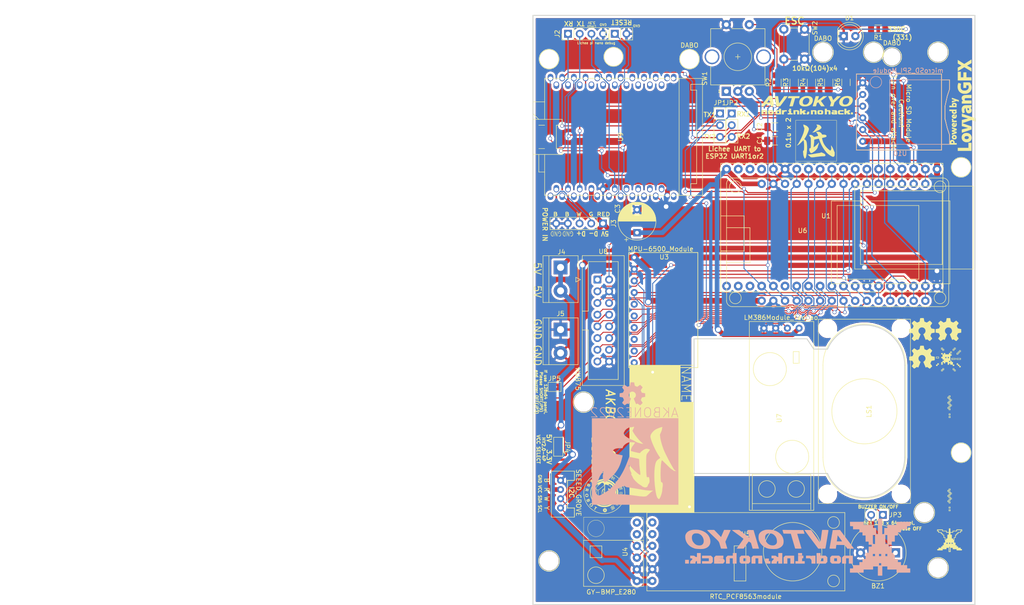
<source format=kicad_pcb>
(kicad_pcb (version 20171130) (host pcbnew 5.1.9-73d0e3b20d~88~ubuntu20.04.1)
  (title_block (date "26 jul 2013"))
  (layers (0 F.Cu signal) (31 B.Cu signal) (34 B.Paste user) (35 F.Paste user) (36 B.SilkS user) (37 F.SilkS user hide) (38 B.Mask user hide) (39 F.Mask user) (44 Edge.Cuts user))
  (net 0 "")
  (net 1 GND)
  (net 2 +5V)
  (net 3 +3V3)
  (net 4 "Net-(J1-Pad1)")
  (net 5 "Net-(J2-Pad1)")
  (net 6 "Net-(J3-Pad2)")
  (net 7 "Net-(U5-Pad2)")
  (net 8 "Net-(J2-Pad2)")
  (net 9 /SW_A)
  (net 10 /SW_ANALOG)
  (net 11 /SW_B)
  (net 12 /EN)
  (net 13 "Net-(J2-Pad3)")
  (net 14 "Net-(J3-Pad3)")
  (net 15 /TX)
  (net 16 /RX)
  (net 17 /LEDCLK)
  (net 18 /LEDR1)
  (net 19 /LEDG1)
  (net 20 /LEDB1)
  (net 21 /SCLK)
  (net 22 "Net-(U1-Pad16)")
  (net 23 "Net-(U1-Pad17)")
  (net 24 "Net-(U1-Pad18)")
  (net 25 "Net-(U1-Pad20)")
  (net 26 "Net-(U1-Pad21)")
  (net 27 "Net-(U1-Pad22)")
  (net 28 /CS)
  (net 29 "Net-(U1-Pad25)")
  (net 30 /LEDOE)
  (net 31 /LEDLAT)
  (net 32 /LEDR2)
  (net 33 /LEDG2)
  (net 34 /I2C_SCL)
  (net 35 /I2C_SDA)
  (net 36 /LEDB2)
  (net 37 "Net-(U3-Pad5)")
  (net 38 "Net-(U3-Pad6)")
  (net 39 "Net-(U3-Pad7)")
  (net 40 "Net-(U3-Pad8)")
  (net 41 "Net-(U3-Pad9)")
  (net 42 "Net-(U3-Pad10)")
  (net 43 "Net-(U4-Pad5)")
  (net 44 "Net-(U4-Pad6)")
  (net 45 "Net-(U5-Pad1)")
  (net 46 "Net-(U7-Pad2)")
  (net 47 "Net-(U9-Pad1)")
  (net 48 "Net-(U9-Pad7)")
  (net 49 "Net-(U9-Pad8)")
  (net 50 "Net-(U9-Pad9)")
  (net 51 "Net-(U9-Pad10)")
  (net 52 "Net-(U9-Pad11)")
  (net 53 "Net-(U9-Pad12)")
  (net 54 "Net-(U9-Pad13)")
  (net 55 "Net-(U9-Pad14)")
  (net 56 "Net-(U9-Pad15)")
  (net 57 "Net-(U9-Pad16)")
  (net 58 "Net-(U9-Pad17)")
  (net 59 "Net-(U9-Pad18)")
  (net 60 "Net-(U9-Pad19)")
  (net 61 "Net-(U9-Pad20)")
  (net 62 "Net-(U9-Pad23)")
  (net 63 "Net-(U9-Pad24)")
  (net 64 "Net-(U9-Pad25)")
  (net 65 "Net-(U9-Pad27)")
  (net 66 "Net-(U9-Pad28)")
  (net 67 "Net-(U9-Pad29)")
  (net 68 "Net-(U9-Pad32)")
  (net 69 "Net-(U9-Pad33)")
  (net 70 "Net-(U9-Pad34)")
  (net 71 "Net-(U9-Pad35)")
  (net 72 "Net-(U9-Pad36)")
  (net 73 "Net-(U9-Pad37)")
  (net 74 "Net-(U9-Pad38)")
  (net 75 "Net-(U9-Pad39)")
  (net 76 "Net-(U9-Pad40)")
  (net 77 /SDMISO_SMOSI_RX2)
  (net 78 /SDMOSI_SMISO_TX2)
  (net 79 "Net-(BZ1-Pad1)")
  (net 80 "Net-(D1-Pad2)")
  (net 81 "Net-(R2-Pad2)")
  (net 82 "Net-(JP4-Pad2)")
  (net 83 /LEDE_BUZZER)
  (net 84 /LEDD)
  (net 85 /LEDC)
  (net 86 /LEDB)
  (net 87 /LEDA)
  (net 88 "Net-(JP5-Pad2)")
  (module library:LovyanGFX-Logo-20mm (layer F.Cu) (at 220.3 18.5 90)
    (fp_text reference G*** hide)
    (fp_text value LOGO hide)
  )
  (module library:OSHW_LOGL_SYLK_5mm (layer F.Cu) (at 211.5 73.25)
    (fp_text reference OSHW hide)
    (fp_text value 1.1 hide)
  )
  (module library:OSHW_LOGL_SYLK_5mm (layer F.Cu) (at 211.5 67.25)
    (fp_text reference OSHW hide)
    (fp_text value 1.1 hide)
  )
  (module library:OSHW_LOGL_SYLK_5mm (layer F.Cu) (at 217.25 67.25)
    (fp_text reference OSHW hide)
    (fp_text value 1.1 hide)
  )
  (module library:AVTOKYO-SHOOT-2-size2 (layer F.Cu) (at 217.5 84)
    (fp_text reference G*** hide)
    (fp_text value LOGO hide)
  )
  (module library:AVTOKYO-SHOOT-1-size2 (layer F.Cu) (at 217.5 113)
    (fp_text reference G*** hide)
    (fp_text value LOGO hide)
  )
  (module library:AVTOKYO-SHOOT-3-size2 (layer F.Cu) (at 217.25 73.75)
    (fp_text reference G*** hide)
    (fp_text value LOGO hide)
  )
  (module library:AVTOKYO-SHOOT-2-size2 (layer F.Cu) (at 217.5 104.25)
    (fp_text reference G*** hide)
    (fp_text value LOGO hide)
  )
  (module library:AVTOKYO-COPY-20mm (layer F.Cu) (at 186.5 18.5)
    (fp_text reference G*** hide)
    (fp_text value LOGO hide)
  )
  (module library:microSD_module_LCTechInc (layer B.Cu) (at 206.5 20)
    (fp_text reference U10 (at 0.25 9) (layer B.SilkS) (effects (justify mirror)))
    (fp_text value microSD_SPI_Module (at 2 -9) (layer B.SilkS) (effects (justify mirror)))
    (pad 3 thru_hole circle (at -7.87 1.27) (size 1.524 1.524) (drill 0.762) (layers *.Cu *.Mask) (net 78 /SDMOSI_SMISO_TX2))
    (pad 2 thru_hole circle (at -7.87 3.81) (size 1.524 1.524) (drill 0.762) (layers *.Cu *.Mask) (net 28 /CS))
    (pad 1 thru_hole circle (at -7.87 6.35) (size 1.524 1.524) (drill 0.762) (layers *.Cu *.Mask) (net 3 +3V3))
    (pad 4 thru_hole circle (at -7.87 -1.27) (size 1.524 1.524) (drill 0.762) (layers *.Cu *.Mask) (net 21 /SCLK))
    (pad 5 thru_hole circle (at -7.87 -3.81) (size 1.524 1.524) (drill 0.762) (layers *.Cu *.Mask) (net 77 /SDMISO_SMOSI_RX2))
    (pad 6 thru_hole circle (at -7.87 -6.35) (size 1.524 1.524) (drill 0.762) (layers *.Cu *.Mask) (net 1 GND))
  )
  (module MountingHole:MountingHole_3.2mm_M3_DIN965 (layer F.Cu) (at 190 3.5)
    (fp_text reference REF** hide)
    (fp_text value MountingHole_3.2mm_M3_DIN965 hide)
    (pad "" np_thru_hole circle (at 0 3.5) (size 3.2 3.2) (drill 3.2) (layers *.Cu *.Mask))
  )
  (module MountingHole:MountingHole_3.2mm_M3_DIN965 (layer F.Cu) (at 217 28.5)
    (fp_text reference REF** hide)
    (fp_text value MountingHole_3.2mm_M3_DIN965 hide)
    (pad "" np_thru_hole circle (at 3 3.5) (size 3.2 3.2) (drill 3.2) (layers *.Cu *.Mask))
  )
  (module LED_THT:LED_D5.0mm (layer F.Cu) (at 194.5 3.5)
    (fp_text reference D1 (at 1.27 -3.96) (layer F.SilkS))
    (fp_text value LED)
    (pad 1 thru_hole rect (at 0 0) (size 1.8 1.8) (drill 0.9) (layers *.Cu *.Mask) (net 1 GND))
    (pad 2 thru_hole circle (at 2.54 0) (size 1.8 1.8) (drill 0.9) (layers *.Cu *.Mask) (net 80 "Net-(D1-Pad2)"))
  )
  (module Resistor_SMD:R_1206_3216Metric_Pad1.30x1.75mm_HandSolder (layer F.Cu) (at 202 2 180)
    (fp_text reference R1 (at 0 -1.82) (layer F.SilkS))
    (fp_text value 330)
    (pad 1 smd roundrect (at -1.55 0 180) (size 1.3 1.75) (layers F.Cu F.Paste F.Mask) (roundrect_rratio 0.1923069230769231) (net 83 /LEDE_BUZZER))
    (pad 2 smd roundrect (at 1.55 0 180) (size 1.3 1.75) (layers F.Cu F.Paste F.Mask) (roundrect_rratio 0.1923069230769231) (net 80 "Net-(D1-Pad2)"))
  )
  (module Capacitor_SMD:C_1206_3216Metric_Pad1.33x1.80mm_HandSolder (layer F.Cu) (at 179.4375 26.25 180)
    (fp_text reference C1 (at 3.1875 0.25 270) (layer F.SilkS))
    (fp_text value 0.1uF)
    (pad 1 smd roundrect (at -1.5625 0 180) (size 1.325 1.8) (layers F.Cu F.Paste F.Mask) (roundrect_rratio 0.1886769811320755) (net 12 /EN))
    (pad 2 smd roundrect (at 1.5625 0 180) (size 1.325 1.8) (layers F.Cu F.Paste F.Mask) (roundrect_rratio 0.1886769811320755) (net 1 GND))
  )
  (module MountingHole:MountingHole_3.2mm_M3_DIN965 (layer F.Cu) (at 218 4)
    (fp_text reference REF** hide)
    (fp_text value MountingHole_3.2mm_M3_DIN965 hide)
    (pad "" np_thru_hole circle (at -3 3) (size 3.2 3.2) (drill 3.2) (layers *.Cu *.Mask))
  )
  (module MountingHole:MountingHole_3.2mm_M3_DIN965 (layer F.Cu) (at 205 2)
    (fp_text reference REF** hide)
    (fp_text value MountingHole_3.2mm_M3_DIN965 hide)
    (pad "" np_thru_hole circle (at 0 6) (size 2.8 2.8) (drill 2.8) (layers *.Cu *.Mask))
  )
  (module library:LOWLEVEL_LOGO_9mm (layer F.Cu) (at 188.5 26.25)
    (fp_text reference G*** hide)
    (fp_text value LOGO hide)
  )
  (module Button_Switch_THT:SW_PUSH_6mm_H4.3mm (layer F.Cu) (at 186 2 270)
    (fp_text reference SW2 (at -0.25 -2.25 90) (layer F.SilkS))
    (fp_text value SW_Push)
    (pad 2 thru_hole circle (at 0 4.5) (size 2 2) (drill 1.1) (layers *.Cu *.Mask) (net 10 /SW_ANALOG))
    (pad 1 thru_hole circle (at 0 0) (size 2 2) (drill 1.1) (layers *.Cu *.Mask) (net 1 GND))
    (pad 2 thru_hole circle (at 6.5 4.5) (size 2 2) (drill 1.1) (layers *.Cu *.Mask) (net 10 /SW_ANALOG))
    (pad 1 thru_hole circle (at 6.5 0) (size 2 2) (drill 1.1) (layers *.Cu *.Mask) (net 1 GND))
  )
  (module Capacitor_SMD:C_1206_3216Metric_Pad1.33x1.80mm_HandSolder (layer F.Cu) (at 179.5 23.25)
    (fp_text reference C2 (at -3.25 0 270) (layer F.SilkS))
    (fp_text value 0.1uF)
    (pad 2 smd roundrect (at 1.5625 0) (size 1.325 1.8) (layers F.Cu F.Paste F.Mask) (roundrect_rratio 0.1886769811320755) (net 9 /SW_A))
    (pad 1 smd roundrect (at -1.5625 0) (size 1.325 1.8) (layers F.Cu F.Paste F.Mask) (roundrect_rratio 0.1886769811320755) (net 11 /SW_B))
  )
  (module MountingHole:MountingHole_3.2mm_M3_DIN965 (layer F.Cu) (at 194 1.5)
    (fp_text reference REF** hide)
    (fp_text value MountingHole_3.2mm_M3_DIN965 hide)
    (pad "" np_thru_hole circle (at 7 5.5) (size 3.2 3.2) (drill 3.2) (layers *.Cu *.Mask))
  )
  (module library:AKBROBOT_LOGO_9mm (layer F.Cu) (at 142.5 102.75 270)
    (fp_text reference G*** hide)
    (fp_text value LOGO hide)
  )
  (module library:AVTOKYO_LOGO_W_COPY_50mm (layer B.Cu) (at 184.5 114.5 180)
    (fp_text reference G*** hide)
    (fp_text value LOGO hide)
  )
  (module library:lowlevel_logo (layer B.Cu) (at 149.2 95.9 180)
    (fp_text reference G*** hide)
    (fp_text value LOGO hide)
  )
  (module library:OSHW_LOGL_SYLK_5mm (layer B.Cu) (at 148.6 81.2 180)
    (fp_text reference OSHW hide)
    (fp_text value 1.1 hide)
  )
  (module library:Speaker_Oval_2040 (layer F.Cu) (at 199 85 90)
    (fp_text reference LS1 (at 0 1 90) (layer F.SilkS))
    (fp_text value Speaker)
    (pad "" np_thru_hole circle (at 18 -8 90) (size 3.2 3.2) (drill 3.2) (layers *.Cu *.Mask))
    (pad "" np_thru_hole circle (at 18 8 90) (size 3.2 3.2) (drill 3.2) (layers *.Cu *.Mask))
    (pad "" np_thru_hole circle (at -18 -8 90) (size 3.2 3.2) (drill 3.2) (layers *.Cu *.Mask))
    (pad "" np_thru_hole circle (at -18 8 90) (size 3.2 3.2) (drill 3.2) (layers *.Cu *.Mask))
  )
  (module library:MPU-6500_GY-6500 (layer F.Cu) (at 155.31 63.02)
    (fp_text reference U3 (at 0.19 -11.52) (layer F.SilkS))
    (fp_text value MPU-6500_Module (at -0.56 -13.27) (layer F.SilkS))
    (pad 5 thru_hole circle (at -6.31 -1.27) (size 1.524 1.524) (drill 0.762) (layers *.Cu *.Mask) (net 37 "Net-(U3-Pad5)"))
    (pad 6 thru_hole circle (at -6.31 1.27) (size 1.524 1.524) (drill 0.762) (layers *.Cu *.Mask) (net 38 "Net-(U3-Pad6)"))
    (pad 4 thru_hole circle (at -6.31 -3.81) (size 1.524 1.524) (drill 0.762) (layers *.Cu *.Mask) (net 35 /I2C_SDA))
    (pad 3 thru_hole circle (at -6.31 -6.35) (size 1.524 1.524) (drill 0.762) (layers *.Cu *.Mask) (net 34 /I2C_SCL))
    (pad 2 thru_hole circle (at -6.31 -8.89) (size 1.524 1.524) (drill 0.762) (layers *.Cu *.Mask) (net 1 GND))
    (pad 1 thru_hole circle (at -6.31 -11.43) (size 1.524 1.524) (drill 0.762) (layers *.Cu *.Mask) (net 3 +3V3))
    (pad 7 thru_hole circle (at -6.31 3.81) (size 1.524 1.524) (drill 0.762) (layers *.Cu *.Mask) (net 39 "Net-(U3-Pad7)"))
    (pad 8 thru_hole circle (at -6.31 6.35) (size 1.524 1.524) (drill 0.762) (layers *.Cu *.Mask) (net 40 "Net-(U3-Pad8)"))
    (pad 9 thru_hole circle (at -6.31 8.89) (size 1.524 1.524) (drill 0.762) (layers *.Cu *.Mask) (net 41 "Net-(U3-Pad9)"))
    (pad 10 thru_hole circle (at -6.31 11.43) (size 1.524 1.524) (drill 0.762) (layers *.Cu *.Mask) (net 42 "Net-(U3-Pad10)"))
  )
  (module library:LM386Module_Taobao (layer F.Cu) (at 181 86 270)
    (fp_text reference U7 (at 0.5 0.5 90) (layer F.SilkS))
    (fp_text value LM386Module_Taobao (at -21.36 0.12 180) (layer F.SilkS))
    (pad 2 thru_hole circle (at -19.05 -1.27 270) (size 1.524 1.524) (drill 0.762) (layers *.Cu *.Mask) (net 46 "Net-(U7-Pad2)"))
    (pad 3 thru_hole circle (at -19.05 1.27 270) (size 1.524 1.524) (drill 0.762) (layers *.Cu *.Mask) (net 1 GND))
    (pad 4 thru_hole circle (at -19.05 3.81 270) (size 1.524 1.524) (drill 0.762) (layers *.Cu *.Mask) (net 1 GND))
    (pad 1 thru_hole circle (at -19.05 -3.81 270) (size 1.524 1.524) (drill 0.762) (layers *.Cu *.Mask) (net 2 +5V))
  )
  (module library:Lichee_Pi_Nano (layer F.Cu) (at 144.78 25.4 90)
    (fp_text reference U9 (at 0 1.27 90) (layer F.SilkS))
    (fp_text value LicheePiNano_1.27)
    (pad 44 thru_hole oval (at 12.7 -13.97 270) (size 1.6 1.2) (drill 0.85 (offset -0.2 0)) (layers *.Cu *.Mask) (net 77 /SDMISO_SMOSI_RX2))
    (pad 43 thru_hole oval (at 12.7 -11.43 270) (size 1.6 1.2) (drill 0.85 (offset -0.2 0)) (layers *.Cu *.Mask) (net 78 /SDMOSI_SMISO_TX2))
    (pad 42 thru_hole oval (at 12.7 -8.89 270) (size 1.6 1.2) (drill 0.85 (offset -0.2 0)) (layers *.Cu *.Mask) (net 28 /CS))
    (pad 41 thru_hole oval (at 12.7 -6.35 270) (size 1.6 1.2) (drill 0.85 (offset -0.2 0)) (layers *.Cu *.Mask) (net 21 /SCLK))
    (pad 40 thru_hole oval (at 12.7 -3.81 270) (size 1.6 1.2) (drill 0.85 (offset -0.2 0)) (layers *.Cu *.Mask) (net 76 "Net-(U9-Pad40)"))
    (pad 39 thru_hole oval (at 12.7 -1.27 270) (size 1.6 1.2) (drill 0.85 (offset -0.2 0)) (layers *.Cu *.Mask) (net 75 "Net-(U9-Pad39)"))
    (pad 38 thru_hole oval (at 12.7 1.27 270) (size 1.6 1.2) (drill 0.85 (offset -0.2 0)) (layers *.Cu *.Mask) (net 74 "Net-(U9-Pad38)"))
    (pad 37 thru_hole oval (at 12.7 3.81 270) (size 1.6 1.2) (drill 0.85 (offset -0.2 0)) (layers *.Cu *.Mask) (net 73 "Net-(U9-Pad37)"))
    (pad 36 thru_hole oval (at 12.7 6.35 270) (size 1.6 1.2) (drill 0.85 (offset -0.2 0)) (layers *.Cu *.Mask) (net 72 "Net-(U9-Pad36)"))
    (pad 35 thru_hole oval (at 12.7 8.89 270) (size 1.6 1.2) (drill 0.85 (offset -0.2 0)) (layers *.Cu *.Mask) (net 71 "Net-(U9-Pad35)"))
    (pad 34 thru_hole oval (at 12.7 11.43 270) (size 1.6 1.2) (drill 0.85 (offset -0.2 0.1)) (layers *.Cu *.Mask) (net 70 "Net-(U9-Pad34)"))
    (pad 33 thru_hole oval (at 12.7 12.7 270) (size 1.6 1.2) (drill 0.85 (offset -0.2 -0.1)) (layers *.Cu *.Mask) (net 69 "Net-(U9-Pad33)"))
    (pad 32 thru_hole oval (at -12.7 12.7 90) (size 1.6 1.2) (drill 0.85 (offset -0.2 0.1)) (layers *.Cu *.Mask) (net 68 "Net-(U9-Pad32)"))
    (pad 31 thru_hole oval (at -12.7 11.43 90) (size 1.6 1.2) (drill 0.85 (offset -0.2 -0.1)) (layers *.Cu *.Mask) (net 1 GND))
    (pad 30 thru_hole oval (at -12.7 8.89 90) (size 1.6 1.2) (drill 0.85 (offset -0.2 0)) (layers *.Cu *.Mask) (net 46 "Net-(U7-Pad2)"))
    (pad 29 thru_hole oval (at -12.7 6.35 90) (size 1.6 1.2) (drill 0.85 (offset -0.2 0)) (layers *.Cu *.Mask) (net 67 "Net-(U9-Pad29)"))
    (pad 28 thru_hole oval (at -12.7 3.81 90) (size 1.6 1.2) (drill 0.85 (offset -0.2 0)) (layers *.Cu *.Mask) (net 66 "Net-(U9-Pad28)"))
    (pad 27 thru_hole oval (at -12.7 1.27 90) (size 1.6 1.2) (drill 0.85 (offset -0.2 0)) (layers *.Cu *.Mask) (net 65 "Net-(U9-Pad27)"))
    (pad 26 thru_hole oval (at -12.7 -1.27 90) (size 1.6 1.2) (drill 0.85 (offset -0.2 0)) (layers *.Cu *.Mask) (net 4 "Net-(J1-Pad1)"))
    (pad 25 thru_hole oval (at -12.7 -3.81 90) (size 1.6 1.2) (drill 0.85 (offset -0.2 0)) (layers *.Cu *.Mask) (net 64 "Net-(U9-Pad25)"))
    (pad 24 thru_hole oval (at -12.7 -6.35 90) (size 1.6 1.2) (drill 0.85 (offset -0.2 0)) (layers *.Cu *.Mask) (net 63 "Net-(U9-Pad24)"))
    (pad 23 thru_hole oval (at -12.7 -8.89 90) (size 1.6 1.2) (drill 0.85 (offset -0.2 0)) (layers *.Cu *.Mask) (net 62 "Net-(U9-Pad23)"))
    (pad 22 thru_hole oval (at -12.7 -11.43 90) (size 1.6 1.2) (drill 0.85 (offset -0.2 0)) (layers *.Cu *.Mask) (net 14 "Net-(J3-Pad3)"))
    (pad 21 thru_hole oval (at -12.7 -13.97 90) (size 1.6 1.2) (drill 0.85 (offset -0.2 0)) (layers *.Cu *.Mask) (net 6 "Net-(J3-Pad2)"))
    (pad 20 thru_hole oval (at 11.43 -12.7 90) (size 1.6 1.2) (drill 0.85 (offset -0.2 0)) (layers *.Cu *.Mask) (net 61 "Net-(U9-Pad20)"))
    (pad 19 thru_hole oval (at 11.43 -10.16 90) (size 1.6 1.2) (drill 0.85 (offset -0.2 0)) (layers *.Cu *.Mask) (net 60 "Net-(U9-Pad19)"))
    (pad 18 thru_hole oval (at 11.43 -7.62 90) (size 1.6 1.2) (drill 0.85 (offset -0.2 0)) (layers *.Cu *.Mask) (net 59 "Net-(U9-Pad18)"))
    (pad 17 thru_hole oval (at 11.43 -5.08 90) (size 1.6 1.2) (drill 0.85 (offset -0.2 0)) (layers *.Cu *.Mask) (net 58 "Net-(U9-Pad17)"))
    (pad 16 thru_hole oval (at 11.43 -2.54 90) (size 1.6 1.2) (drill 0.85 (offset -0.2 0)) (layers *.Cu *.Mask) (net 57 "Net-(U9-Pad16)"))
    (pad 15 thru_hole oval (at 11.43 0 90) (size 1.6 1.2) (drill 0.85 (offset -0.2 0)) (layers *.Cu *.Mask) (net 56 "Net-(U9-Pad15)"))
    (pad 14 thru_hole oval (at 11.43 2.54 90) (size 1.6 1.2) (drill 0.85 (offset -0.2 0)) (layers *.Cu *.Mask) (net 55 "Net-(U9-Pad14)"))
    (pad 13 thru_hole oval (at 11.43 5.08 90) (size 1.6 1.2) (drill 0.85 (offset -0.2 0)) (layers *.Cu *.Mask) (net 54 "Net-(U9-Pad13)"))
    (pad 12 thru_hole oval (at 11.43 7.62 90) (size 1.6 1.2) (drill 0.85 (offset -0.2 0)) (layers *.Cu *.Mask) (net 53 "Net-(U9-Pad12)"))
    (pad 11 thru_hole oval (at 11.43 10.16 90) (size 1.6 1.2) (drill 0.85 (offset -0.2 0)) (layers *.Cu *.Mask) (net 52 "Net-(U9-Pad11)"))
    (pad 10 thru_hole oval (at -11.43 10.16 90) (size 1.6 1.2) (drill 0.85 (offset 0.2 0)) (layers *.Cu *.Mask) (net 51 "Net-(U9-Pad10)"))
    (pad 9 thru_hole oval (at -11.43 7.62 90) (size 1.6 1.2) (drill 0.85 (offset 0.2 0)) (layers *.Cu *.Mask) (net 50 "Net-(U9-Pad9)"))
    (pad 8 thru_hole oval (at -11.43 5.08 90) (size 1.6 1.2) (drill 0.85 (offset 0.2 0)) (layers *.Cu *.Mask) (net 49 "Net-(U9-Pad8)"))
    (pad 7 thru_hole oval (at -11.43 2.54 90) (size 1.6 1.2) (drill 0.85 (offset 0.2 0)) (layers *.Cu *.Mask) (net 48 "Net-(U9-Pad7)"))
    (pad 6 thru_hole oval (at -11.43 0 90) (size 1.6 1.2) (drill 0.85 (offset 0.2 0)) (layers *.Cu *.Mask) (net 13 "Net-(J2-Pad3)"))
    (pad 5 thru_hole oval (at -11.43 -2.54 90) (size 1.6 1.2) (drill 0.85 (offset 0.2 0)) (layers *.Cu *.Mask) (net 1 GND))
    (pad 4 thru_hole oval (at -11.43 -5.08 90) (size 1.6 1.2) (drill 0.85 (offset 0.2 0)) (layers *.Cu *.Mask) (net 2 +5V))
    (pad 3 thru_hole oval (at -11.43 -7.62 90) (size 1.6 1.2) (drill 0.85 (offset 0.2 0)) (layers *.Cu *.Mask) (net 5 "Net-(J2-Pad1)"))
    (pad 2 thru_hole oval (at -11.43 -10.16 90) (size 1.6 1.2) (drill 0.85 (offset 0.2 0)) (layers *.Cu *.Mask) (net 8 "Net-(J2-Pad2)"))
    (pad 1 thru_hole oval (at -11.43 -12.7 90) (size 1.6 1.2) (drill 0.85 (offset 0.2 0)) (layers *.Cu *.Mask) (net 47 "Net-(U9-Pad1)"))
  )
  (module MountingHole:MountingHole_3.2mm_M3_DIN965 (layer F.Cu) (at 161 2.5)
    (fp_text reference REF** hide)
    (fp_text value MountingHole_3.2mm_M3_DIN965 hide)
    (pad "" np_thru_hole circle (at 0 6) (size 3.2 3.2) (drill 3.2) (layers *.Cu *.Mask))
  )
  (module MountingHole:MountingHole_3.2mm_M3_DIN965 (layer F.Cu) (at 217 92.5)
    (fp_text reference REF** hide)
    (fp_text value MountingHole_3.2mm_M3_DIN965 hide)
    (pad "" np_thru_hole circle (at 3 1.5) (size 3.2 3.2) (drill 3.2) (layers *.Cu *.Mask))
  )
  (module MountingHole:MountingHole_3.2mm_M3_DIN965 (layer F.Cu) (at 138 77)
    (fp_text reference REF** hide)
    (fp_text value MountingHole_3.2mm_M3_DIN965 hide)
    (pad "" np_thru_hole circle (at 0 6) (size 3.2 3.2) (drill 3.2) (layers *.Cu *.Mask))
  )
  (module MountingHole:MountingHole_3.2mm_M3_DIN965 (layer F.Cu) (at 212 103.5)
    (fp_text reference REF** hide)
    (fp_text value MountingHole_3.2mm_M3_DIN965 hide)
    (pad "" np_thru_hole circle (at 0 3.5) (size 3.2 3.2) (drill 3.2) (layers *.Cu *.Mask))
  )
  (module MountingHole:MountingHole_3.2mm_M3_DIN965 (layer F.Cu) (at 127.5 111.5)
    (fp_text reference REF** hide)
    (fp_text value MountingHole_3.2mm_M3_DIN965 hide)
    (pad "" np_thru_hole circle (at 3 6) (size 3.2 3.2) (drill 3.2) (layers *.Cu *.Mask))
  )
  (module MountingHole:MountingHole_3.2mm_M3_DIN965 (layer F.Cu) (at 144.5 2)
    (fp_text reference REF** hide)
    (fp_text value MountingHole_3.2mm_M3_DIN965 hide)
    (pad "" np_thru_hole circle (at 0 6) (size 3.2 3.2) (drill 3.2) (layers *.Cu *.Mask))
  )
  (module MountingHole:MountingHole_3.2mm_M3_DIN965 (layer F.Cu) (at 218 122)
    (fp_text reference REF** hide)
    (fp_text value MountingHole_3.2mm_M3_DIN965 hide)
    (pad "" np_thru_hole circle (at -3 -3) (size 3.2 3.2) (drill 3.2) (layers *.Cu *.Mask))
  )
  (module MountingHole:MountingHole_3.2mm_M3_DIN965 (layer F.Cu) (at 130.5 5)
    (fp_text reference REF** hide)
    (fp_text value MountingHole_3.2mm_M3_DIN965 hide)
    (pad "" np_thru_hole circle (at 0 3.5) (size 3.2 3.2) (drill 3.2) (layers *.Cu *.Mask))
  )
  (module Wire_Pads:SolderWirePad_single_1-2mmDrill (layer F.Cu) (at 26.0756 81.8798)
    (fp_text reference REF** hide)
    (fp_text value SolderWirePad_single_1-2mmDrill hide)
  )
  (module Wire_Pads:SolderWirePad_single_1-2mmDrill (layer F.Cu) (at 26.8006 117.2798)
    (fp_text reference REF** hide)
    (fp_text value SolderWirePad_single_1-2mmDrill hide)
  )
  (module Buzzer_Beeper:Buzzer_12x9.5RM7.6 (layer F.Cu) (at 205.75 115.75 180)
    (fp_text reference BZ1 (at 3.8 -7.2) (layer F.SilkS))
    (fp_text value Buzzer)
    (fp_text user + (at -0.01 -2.54) (layer F.SilkS))
    (pad 1 thru_hole rect (at 0 0 180) (size 2 2) (drill 1) (layers *.Cu *.Mask) (net 79 "Net-(BZ1-Pad1)"))
    (pad 2 thru_hole circle (at 7.6 0 180) (size 2 2) (drill 1) (layers *.Cu *.Mask) (net 1 GND))
  )
  (module Connector_PinHeader_2.54mm:PinHeader_1x02_P2.54mm_Vertical (layer F.Cu) (at 144.78 3 90)
    (fp_text reference J1 (at 0 -2.33 90) (layer F.SilkS))
    (fp_text value Conn_01x02_RESET)
    (pad 1 thru_hole rect (at 0 0 90) (size 1.7 1.7) (drill 1) (layers *.Cu *.Mask) (net 4 "Net-(J1-Pad1)"))
    (pad 2 thru_hole oval (at 0 2.54 90) (size 1.7 1.7) (drill 1) (layers *.Cu *.Mask) (net 1 GND))
  )
  (module Connector_PinHeader_2.54mm:PinHeader_1x04_P2.54mm_Vertical (layer F.Cu) (at 134.62 3 90)
    (fp_text reference J2 (at 0 -2.33 90) (layer F.SilkS))
    (fp_text value Conn_01x04_Debug)
    (pad 1 thru_hole rect (at 0 0 90) (size 1.7 1.7) (drill 1) (layers *.Cu *.Mask) (net 5 "Net-(J2-Pad1)"))
    (pad 2 thru_hole oval (at 0 2.54 90) (size 1.7 1.7) (drill 1) (layers *.Cu *.Mask) (net 8 "Net-(J2-Pad2)"))
    (pad 3 thru_hole oval (at 0 5.08 90) (size 1.7 1.7) (drill 1) (layers *.Cu *.Mask) (net 13 "Net-(J2-Pad3)"))
    (pad 4 thru_hole oval (at 0 7.62 90) (size 1.7 1.7) (drill 1) (layers *.Cu *.Mask) (net 1 GND))
  )
  (module Connector_PinHeader_2.54mm:PinHeader_1x05_P2.54mm_Vertical (layer F.Cu) (at 142.2 44.2 270)
    (fp_text reference J3 (at 0 -2.33 90) (layer F.SilkS))
    (fp_text value Conn_01x05_POWER_IN)
    (pad 1 thru_hole rect (at 0 0 270) (size 1.7 1.7) (drill 1) (layers *.Cu *.Mask) (net 2 +5V))
    (pad 2 thru_hole oval (at 0 2.54 270) (size 1.7 1.7) (drill 1) (layers *.Cu *.Mask) (net 6 "Net-(J3-Pad2)"))
    (pad 3 thru_hole oval (at 0 5.08 270) (size 1.7 1.7) (drill 1) (layers *.Cu *.Mask) (net 14 "Net-(J3-Pad3)"))
    (pad 4 thru_hole oval (at 0 7.62 270) (size 1.7 1.7) (drill 1) (layers *.Cu *.Mask) (net 1 GND))
    (pad 5 thru_hole oval (at 0 10.16 270) (size 1.7 1.7) (drill 1) (layers *.Cu *.Mask) (net 1 GND))
  )
  (module Connector_PinHeader_2.54mm:PinHeader_1x03_P2.54mm_Vertical (layer F.Cu) (at 167.64 20.32)
    (fp_text reference JP1 (at 0 -2.33) (layer F.SilkS))
    (fp_text value Jumper_NC_Dual)
    (pad 1 thru_hole rect (at 0 0) (size 1.7 1.7) (drill 1) (layers *.Cu *.Mask) (net 15 /TX))
    (pad 2 thru_hole oval (at 0 2.54) (size 1.7 1.7) (drill 1) (layers *.Cu *.Mask) (net 5 "Net-(J2-Pad1)"))
    (pad 3 thru_hole oval (at 0 5.08) (size 1.7 1.7) (drill 1) (layers *.Cu *.Mask) (net 78 /SDMOSI_SMISO_TX2))
  )
  (module Connector_PinHeader_2.54mm:PinHeader_1x03_P2.54mm_Vertical (layer F.Cu) (at 170.18 20.32)
    (fp_text reference JP2 (at 0 -2.33) (layer F.SilkS))
    (fp_text value Jumper_NC_Dual)
    (pad 3 thru_hole oval (at 0 5.08) (size 1.7 1.7) (drill 1) (layers *.Cu *.Mask) (net 77 /SDMISO_SMOSI_RX2))
    (pad 2 thru_hole oval (at 0 2.54) (size 1.7 1.7) (drill 1) (layers *.Cu *.Mask) (net 8 "Net-(J2-Pad2)"))
    (pad 1 thru_hole rect (at 0 0) (size 1.7 1.7) (drill 1) (layers *.Cu *.Mask) (net 16 /RX))
  )
  (module Rotary_Encoder:RotaryEncoder_Alps_EC11E-Switch_Vertical_H20mm_CircularMountingHoles (layer F.Cu) (at 169 15.5 90)
    (fp_text reference SW1 (at 2.8 -4.7 90) (layer F.SilkS))
    (fp_text value Rotary_Encoder_Switch)
    (pad S1 thru_hole circle (at 14.5 5 90) (size 2 2) (drill 1) (layers *.Cu *.Mask) (net 81 "Net-(R2-Pad2)"))
    (pad S2 thru_hole circle (at 14.5 0 90) (size 2 2) (drill 1) (layers *.Cu *.Mask) (net 1 GND))
    (pad MP thru_hole circle (at 7.5 8.1 90) (size 3.2 3.2) (drill 2.6) (layers *.Cu *.Mask))
    (pad MP thru_hole circle (at 7.5 -3.1 90) (size 3.2 3.2) (drill 2.6) (layers *.Cu *.Mask))
    (pad B thru_hole circle (at 0 5 90) (size 2 2) (drill 1) (layers *.Cu *.Mask) (net 9 /SW_A))
    (pad C thru_hole circle (at 0 2.5 90) (size 2 2) (drill 1) (layers *.Cu *.Mask) (net 1 GND))
    (pad A thru_hole rect (at 0 0 90) (size 2 2) (drill 1) (layers *.Cu *.Mask) (net 11 /SW_B))
  )
  (module library:ESP32_DEVKITC (layer F.Cu) (at 190.65 45.1 180)
    (fp_text reference U1 (at 0 2.54 180) (layer F.SilkS))
    (fp_text value ESP32_DEVKITC)
    (pad 1 thru_hole circle (at -24.13 12.7 180) (size 1.9 1.9) (drill 0.95) (layers *.Cu *.Mask) (net 3 +3V3))
    (pad 2 thru_hole circle (at -21.59 12.7 180) (size 1.9 1.9) (drill 0.95) (layers *.Cu *.Mask) (net 12 /EN))
    (pad 3 thru_hole circle (at -19.05 12.7 180) (size 1.9 1.9) (drill 0.95) (layers *.Cu *.Mask) (net 11 /SW_B))
    (pad 4 thru_hole circle (at -16.51 12.7 180) (size 1.9 1.9) (drill 0.95) (layers *.Cu *.Mask) (net 10 /SW_ANALOG))
    (pad 5 thru_hole circle (at -13.97 12.7 180) (size 1.9 1.9) (drill 0.95) (layers *.Cu *.Mask) (net 9 /SW_A))
    (pad 6 thru_hole circle (at -11.43 12.7 180) (size 1.9 1.9) (drill 0.95) (layers *.Cu *.Mask) (net 77 /SDMISO_SMOSI_RX2))
    (pad 7 thru_hole circle (at -8.89 12.7 180) (size 1.9 1.9) (drill 0.95) (layers *.Cu *.Mask) (net 19 /LEDG1))
    (pad 8 thru_hole circle (at -6.35 12.7 180) (size 1.9 1.9) (drill 0.95) (layers *.Cu *.Mask) (net 18 /LEDR1))
    (pad 9 thru_hole circle (at -3.81 12.7 180) (size 1.9 1.9) (drill 0.95) (layers *.Cu *.Mask) (net 20 /LEDB1))
    (pad 10 thru_hole circle (at -1.27 12.7 180) (size 1.9 1.9) (drill 0.95) (layers *.Cu *.Mask) (net 84 /LEDD))
    (pad 11 thru_hole circle (at 1.27 12.7 180) (size 1.9 1.9) (drill 0.95) (layers *.Cu *.Mask) (net 85 /LEDC))
    (pad 12 thru_hole circle (at 3.81 12.7 180) (size 1.9 1.9) (drill 0.95) (layers *.Cu *.Mask) (net 86 /LEDB))
    (pad 13 thru_hole circle (at 6.35 12.7 180) (size 1.9 1.9) (drill 0.95) (layers *.Cu *.Mask) (net 87 /LEDA))
    (pad 14 thru_hole circle (at 8.89 12.7 180) (size 1.9 1.9) (drill 0.95) (layers *.Cu *.Mask) (net 1 GND))
    (pad 15 thru_hole circle (at 11.43 12.7 180) (size 1.9 1.9) (drill 0.95) (layers *.Cu *.Mask) (net 21 /SCLK))
    (pad 16 thru_hole circle (at 13.97 12.7 180) (size 1.9 1.9) (drill 0.95) (layers *.Cu *.Mask) (net 22 "Net-(U1-Pad16)"))
    (pad 17 thru_hole circle (at 16.51 12.7 180) (size 1.9 1.9) (drill 0.95) (layers *.Cu *.Mask) (net 23 "Net-(U1-Pad17)"))
    (pad 18 thru_hole circle (at 19.05 12.7 180) (size 1.9 1.9) (drill 0.95) (layers *.Cu *.Mask) (net 24 "Net-(U1-Pad18)"))
    (pad 19 thru_hole circle (at 21.59 12.7 180) (size 1.9 1.9) (drill 0.95) (layers *.Cu *.Mask) (net 2 +5V))
    (pad 20 thru_hole circle (at 21.59 -12.7 180) (size 1.9 1.9) (drill 0.95) (layers *.Cu *.Mask) (net 25 "Net-(U1-Pad20)"))
    (pad 21 thru_hole circle (at 19.05 -12.7 180) (size 1.9 1.9) (drill 0.95) (layers *.Cu *.Mask) (net 26 "Net-(U1-Pad21)"))
    (pad 22 thru_hole circle (at 16.51 -12.7 180) (size 1.9 1.9) (drill 0.95) (layers *.Cu *.Mask) (net 27 "Net-(U1-Pad22)"))
    (pad 23 thru_hole circle (at 13.97 -12.7 180) (size 1.9 1.9) (drill 0.95) (layers *.Cu *.Mask) (net 28 /CS))
    (pad 24 thru_hole circle (at 11.43 -12.7 180) (size 1.9 1.9) (drill 0.95) (layers *.Cu *.Mask) (net 83 /LEDE_BUZZER))
    (pad 25 thru_hole circle (at 8.89 -12.7 180) (size 1.9 1.9) (drill 0.95) (layers *.Cu *.Mask) (net 29 "Net-(U1-Pad25)"))
    (pad 26 thru_hole circle (at 6.35 -12.7 180) (size 1.9 1.9) (drill 0.95) (layers *.Cu *.Mask) (net 17 /LEDCLK))
    (pad 27 thru_hole circle (at 3.81 -12.7 180) (size 1.9 1.9) (drill 0.95) (layers *.Cu *.Mask) (net 30 /LEDOE))
    (pad 28 thru_hole circle (at 1.27 -12.7 180) (size 1.9 1.9) (drill 0.95) (layers *.Cu *.Mask) (net 31 /LEDLAT))
    (pad 29 thru_hole circle (at -1.27 -12.7 180) (size 1.9 1.9) (drill 0.95) (layers *.Cu *.Mask) (net 36 /LEDB2))
    (pad 30 thru_hole circle (at -3.81 -12.7 180) (size 1.9 1.9) (drill 0.95) (layers *.Cu *.Mask) (net 32 /LEDR2))
    (pad 31 thru_hole circle (at -6.35 -12.7 180) (size 1.9 1.9) (drill 0.95) (layers *.Cu *.Mask) (net 33 /LEDG2))
    (pad 32 thru_hole circle (at -8.89 -12.7 180) (size 1.9 1.9) (drill 0.95) (layers *.Cu *.Mask) (net 1 GND))
    (pad 33 thru_hole circle (at -11.43 -12.7 180) (size 1.9 1.9) (drill 0.95) (layers *.Cu *.Mask) (net 34 /I2C_SCL))
    (pad 34 thru_hole circle (at -13.97 -12.7 180) (size 1.9 1.9) (drill 0.95) (layers *.Cu *.Mask) (net 16 /RX))
    (pad 35 thru_hole circle (at -16.51 -12.7 180) (size 1.9 1.9) (drill 0.95) (layers *.Cu *.Mask) (net 15 /TX))
    (pad 36 thru_hole circle (at -19.05 -12.7 180) (size 1.9 1.9) (drill 0.95) (layers *.Cu *.Mask) (net 35 /I2C_SDA))
    (pad 37 thru_hole circle (at -21.59 -12.7 180) (size 1.9 1.9) (drill 0.95) (layers *.Cu *.Mask) (net 78 /SDMOSI_SMISO_TX2))
    (pad 38 thru_hole circle (at -24.13 -12.7 180) (size 1.9 1.9) (drill 0.95) (layers *.Cu *.Mask) (net 1 GND))
  )
  (module library:Seeedstudio_Grove_110990030_Vertical_4pin_2mmpitch (layer F.Cu) (at 133 103 270)
    (fp_text reference U2 hide)
    (fp_text value SEEED_GROVE (at -0.3 -3.9 270 unlocked) (layer F.SilkS))
    (fp_text user Y (at 3 3 270 unlocked) (layer F.SilkS))
    (fp_text user W (at 1 3 270 unlocked) (layer F.SilkS))
    (fp_text user R (at -1 3 270 unlocked) (layer F.SilkS))
    (fp_text user B (at -3 3 270 unlocked) (layer F.SilkS))
    (pad 1 thru_hole circle (at 3 0 270) (size 1.5 1.5) (drill 0.762) (layers *.Cu *.Mask) (net 34 /I2C_SCL))
    (pad 2 thru_hole circle (at 1 0 270) (size 1.5 1.5) (drill 0.762) (layers *.Cu *.Mask) (net 35 /I2C_SDA))
    (pad 3 thru_hole circle (at -1 0 270) (size 1.5 1.5) (drill 0.762) (layers *.Cu *.Mask) (net 82 "Net-(JP4-Pad2)"))
    (pad 4 thru_hole circle (at -3 0 270) (size 1.5 1.5) (drill 0.762) (layers *.Cu *.Mask) (net 1 GND))
  )
  (module library:GY_BMP_E280 (layer F.Cu) (at 144.5 115.52 90)
    (fp_text reference U4 (at 0 2.54 90) (layer F.SilkS))
    (fp_text value GY-BMP_E280 (at -8.74 -0.5) (layer F.SilkS))
    (pad 1 thru_hole circle (at -6.35 5.08 270) (size 1.8 1.8) (drill 0.85) (layers *.Cu *.Mask) (net 3 +3V3))
    (pad 2 thru_hole circle (at -3.81 5.08 270) (size 1.8 1.8) (drill 0.85) (layers *.Cu *.Mask) (net 1 GND))
    (pad 3 thru_hole circle (at -1.27 5.08 270) (size 1.8 1.8) (drill 0.85) (layers *.Cu *.Mask) (net 34 /I2C_SCL))
    (pad 4 thru_hole circle (at 1.27 5.08 270) (size 1.8 1.8) (drill 0.85) (layers *.Cu *.Mask) (net 35 /I2C_SDA))
    (pad 5 thru_hole circle (at 3.81 5.08 270) (size 1.8 1.8) (drill 0.85) (layers *.Cu *.Mask) (net 43 "Net-(U4-Pad5)"))
    (pad 6 thru_hole circle (at 6.35 5.08 270) (size 1.8 1.8) (drill 0.85) (layers *.Cu *.Mask) (net 44 "Net-(U4-Pad6)"))
  )
  (module library:RTC_PCF8563module (layer F.Cu) (at 173.25 115.5)
    (fp_text reference U5 (at 0 -3.81) (layer F.SilkS))
    (fp_text value RTC_PCF8563module (at -0.03 9.74) (layer F.SilkS))
    (pad 1 thru_hole circle (at -20.32 -6.35 180) (size 1.8 1.8) (drill 0.85) (layers *.Cu *.Mask) (net 45 "Net-(U5-Pad1)"))
    (pad 2 thru_hole circle (at -20.32 -3.81 180) (size 1.8 1.8) (drill 0.85) (layers *.Cu *.Mask) (net 7 "Net-(U5-Pad2)"))
    (pad 3 thru_hole circle (at -20.32 -1.27 180) (size 1.8 1.8) (drill 0.85) (layers *.Cu *.Mask) (net 34 /I2C_SCL))
    (pad 4 thru_hole circle (at -20.32 1.27 180) (size 1.8 1.8) (drill 0.85) (layers *.Cu *.Mask) (net 35 /I2C_SDA))
    (pad 5 thru_hole circle (at -20.32 3.81 180) (size 1.8 1.8) (drill 0.85) (layers *.Cu *.Mask) (net 1 GND))
    (pad 6 thru_hole circle (at -20.32 6.35 180) (size 1.8 1.8) (drill 0.85) (layers *.Cu *.Mask) (net 3 +3V3))
  )
  (module library:ESP32_DEVKIT_V1 (layer F.Cu) (at 185.57 48.3 180)
    (fp_text reference U6 (at 0 2.54 180) (layer F.SilkS))
    (fp_text value ESP32_DEVKIT_V1)
    (pad 19 thru_hole circle (at 1.27 -12.7 180) (size 1.8 1.8) (drill 0.95) (layers *.Cu *.Mask) (net 83 /LEDE_BUZZER))
    (pad 18 thru_hole circle (at 3.81 -12.7 180) (size 1.8 1.8) (drill 0.95) (layers *.Cu *.Mask) (net 28 /CS))
    (pad 17 thru_hole circle (at 6.35 -12.7 180) (size 1.8 1.8) (drill 0.95) (layers *.Cu *.Mask) (net 1 GND))
    (pad 16 thru_hole circle (at 8.89 -12.7 180) (size 1.8 1.8) (drill 0.95) (layers *.Cu *.Mask) (net 3 +3V3))
    (pad 30 thru_hole circle (at -26.67 -12.7 180) (size 1.8 1.8) (drill 0.95) (layers *.Cu *.Mask) (net 78 /SDMOSI_SMISO_TX2))
    (pad 29 thru_hole circle (at -24.13 -12.7 180) (size 1.8 1.8) (drill 0.95) (layers *.Cu *.Mask) (net 35 /I2C_SDA))
    (pad 28 thru_hole circle (at -21.59 -12.7 180) (size 1.8 1.8) (drill 0.95) (layers *.Cu *.Mask) (net 15 /TX))
    (pad 27 thru_hole circle (at -19.05 -12.7 180) (size 1.8 1.8) (drill 0.95) (layers *.Cu *.Mask) (net 16 /RX))
    (pad 26 thru_hole circle (at -16.51 -12.7 180) (size 1.8 1.8) (drill 0.95) (layers *.Cu *.Mask) (net 34 /I2C_SCL))
    (pad 25 thru_hole circle (at -13.97 -12.7 180) (size 1.8 1.8) (drill 0.95) (layers *.Cu *.Mask) (net 33 /LEDG2))
    (pad 24 thru_hole circle (at -11.43 -12.7 180) (size 1.8 1.8) (drill 0.95) (layers *.Cu *.Mask) (net 32 /LEDR2))
    (pad 23 thru_hole circle (at -8.89 -12.7 180) (size 1.8 1.8) (drill 0.95) (layers *.Cu *.Mask) (net 36 /LEDB2))
    (pad 22 thru_hole circle (at -6.35 -12.7 180) (size 1.8 1.8) (drill 0.95) (layers *.Cu *.Mask) (net 31 /LEDLAT))
    (pad 21 thru_hole circle (at -3.81 -12.7 180) (size 1.8 1.8) (drill 0.95) (layers *.Cu *.Mask) (net 30 /LEDOE))
    (pad 20 thru_hole circle (at -1.27 -12.7 180) (size 1.8 1.8) (drill 0.95) (layers *.Cu *.Mask) (net 17 /LEDCLK))
    (pad 15 thru_hole circle (at 8.89 12.7 180) (size 1.8 1.8) (drill 0.95) (layers *.Cu *.Mask) (net 2 +5V))
    (pad 14 thru_hole circle (at 6.35 12.7 180) (size 1.8 1.8) (drill 0.95) (layers *.Cu *.Mask) (net 1 GND))
    (pad 13 thru_hole circle (at 3.81 12.7 180) (size 1.8 1.8) (drill 0.95) (layers *.Cu *.Mask) (net 21 /SCLK))
    (pad 12 thru_hole circle (at 1.27 12.7 180) (size 1.8 1.8) (drill 0.95) (layers *.Cu *.Mask) (net 87 /LEDA))
    (pad 11 thru_hole circle (at -1.27 12.7 180) (size 1.8 1.8) (drill 0.95) (layers *.Cu *.Mask) (net 86 /LEDB))
    (pad 10 thru_hole circle (at -3.81 12.7 180) (size 1.8 1.8) (drill 0.95) (layers *.Cu *.Mask) (net 85 /LEDC))
    (pad 9 thru_hole circle (at -6.35 12.7 180) (size 1.8 1.8) (drill 0.95) (layers *.Cu *.Mask) (net 84 /LEDD))
    (pad 8 thru_hole circle (at -8.89 12.7 180) (size 1.8 1.8) (drill 0.95) (layers *.Cu *.Mask) (net 20 /LEDB1))
    (pad 7 thru_hole circle (at -11.43 12.7 180) (size 1.8 1.8) (drill 0.95) (layers *.Cu *.Mask) (net 18 /LEDR1))
    (pad 6 thru_hole circle (at -13.97 12.7 180) (size 1.8 1.8) (drill 0.95) (layers *.Cu *.Mask) (net 19 /LEDG1))
    (pad 5 thru_hole circle (at -16.51 12.7 180) (size 1.8 1.8) (drill 0.95) (layers *.Cu *.Mask) (net 77 /SDMISO_SMOSI_RX2))
    (pad 4 thru_hole circle (at -19.05 12.7 180) (size 1.8 1.8) (drill 0.95) (layers *.Cu *.Mask) (net 9 /SW_A))
    (pad 3 thru_hole circle (at -21.59 12.7 180) (size 1.8 1.8) (drill 0.95) (layers *.Cu *.Mask) (net 10 /SW_ANALOG))
    (pad 2 thru_hole circle (at -24.13 12.7 180) (size 1.8 1.8) (drill 0.95) (layers *.Cu *.Mask) (net 11 /SW_B))
    (pad 1 thru_hole circle (at -26.67 12.7 180) (size 1.8 1.8) (drill 0.95) (layers *.Cu *.Mask) (net 12 /EN))
  )
  (module Connector_IDC:IDC-Header_2x08_P2.54mm_Vertical (layer F.Cu) (at 141 56.4)
    (fp_text reference U8 (at 1.27 -6.1) (layer F.SilkS))
    (fp_text value HUB75 (at -4.25 21.6 -90 unlocked) (layer F.SilkS))
    (pad 1 thru_hole roundrect (at 0 0) (size 1.7 1.7) (drill 1) (layers *.Cu *.Mask) (roundrect_rratio 0.1470588235294118) (net 18 /LEDR1))
    (pad 3 thru_hole circle (at 0 2.54) (size 1.7 1.7) (drill 1) (layers *.Cu *.Mask) (net 20 /LEDB1))
    (pad 5 thru_hole circle (at 0 5.08) (size 1.7 1.7) (drill 1) (layers *.Cu *.Mask) (net 32 /LEDR2))
    (pad 7 thru_hole circle (at 0 7.62) (size 1.7 1.7) (drill 1) (layers *.Cu *.Mask) (net 36 /LEDB2))
    (pad 9 thru_hole circle (at 0 10.16) (size 1.7 1.7) (drill 1) (layers *.Cu *.Mask) (net 87 /LEDA))
    (pad 11 thru_hole circle (at 0 12.7) (size 1.7 1.7) (drill 1) (layers *.Cu *.Mask) (net 85 /LEDC))
    (pad 13 thru_hole circle (at 0 15.24) (size 1.7 1.7) (drill 1) (layers *.Cu *.Mask) (net 17 /LEDCLK))
    (pad 15 thru_hole circle (at 0 17.78) (size 1.7 1.7) (drill 1) (layers *.Cu *.Mask) (net 30 /LEDOE))
    (pad 2 thru_hole circle (at 2.54 0) (size 1.7 1.7) (drill 1) (layers *.Cu *.Mask) (net 19 /LEDG1))
    (pad 4 thru_hole circle (at 2.54 2.54) (size 1.7 1.7) (drill 1) (layers *.Cu *.Mask) (net 1 GND))
    (pad 6 thru_hole circle (at 2.54 5.08) (size 1.7 1.7) (drill 1) (layers *.Cu *.Mask) (net 33 /LEDG2))
    (pad 8 thru_hole circle (at 2.54 7.62) (size 1.7 1.7) (drill 1) (layers *.Cu *.Mask) (net 88 "Net-(JP5-Pad2)"))
    (pad 10 thru_hole circle (at 2.54 10.16) (size 1.7 1.7) (drill 1) (layers *.Cu *.Mask) (net 86 /LEDB))
    (pad 12 thru_hole circle (at 2.54 12.7) (size 1.7 1.7) (drill 1) (layers *.Cu *.Mask) (net 84 /LEDD))
    (pad 14 thru_hole circle (at 2.54 15.24) (size 1.7 1.7) (drill 1) (layers *.Cu *.Mask) (net 31 /LEDLAT))
    (pad 16 thru_hole circle (at 2.54 17.78) (size 1.7 1.7) (drill 1) (layers *.Cu *.Mask) (net 1 GND))
  )
  (module TerminalBlock:TerminalBlock_bornier-2_P5.08mm (layer F.Cu) (at 133 53.75 270)
    (fp_text reference J4 (at -3.35 -0.2 180) (layer F.SilkS))
    (fp_text value Screw_Terminal_01x02)
    (pad 2 thru_hole circle (at 5.08 0 270) (size 3 3) (drill 1.52) (layers *.Cu *.Mask) (net 2 +5V))
    (pad 1 thru_hole rect (at 0 0 270) (size 3 3) (drill 1.52) (layers *.Cu *.Mask) (net 2 +5V))
  )
  (module TerminalBlock:TerminalBlock_bornier-2_P5.08mm (layer F.Cu) (at 133 67.25 270)
    (fp_text reference J5 (at -3.45 0 180) (layer F.SilkS))
    (fp_text value Screw_Terminal_01x02)
    (pad 1 thru_hole rect (at 0 0 270) (size 3 3) (drill 1.52) (layers *.Cu *.Mask) (net 1 GND))
    (pad 2 thru_hole circle (at 5.08 0 270) (size 3 3) (drill 1.52) (layers *.Cu *.Mask) (net 1 GND))
  )
  (module Capacitor_THT:CP_Radial_D8.0mm_P5.00mm (layer F.Cu) (at 149.6 46.2 90)
    (fp_text reference C3 (at 5.2 -4.2 90) (layer F.SilkS))
    (fp_text value 330uF)
    (pad 1 thru_hole rect (at 0 0 90) (size 1.6 1.6) (drill 0.8) (layers *.Cu *.Mask) (net 2 +5V))
    (pad 2 thru_hole circle (at 5 0 90) (size 1.6 1.6) (drill 0.8) (layers *.Cu *.Mask) (net 1 GND))
  )
  (module Connector_PinHeader_2.54mm:PinHeader_1x02_P2.54mm_Vertical (layer F.Cu) (at 203 107.5 270)
    (fp_text reference JP3 (at 0 -2.75 180) (layer F.SilkS))
    (fp_text value Jumper)
    (pad 1 thru_hole rect (at 0 0 270) (size 1.7 1.7) (drill 1) (layers *.Cu *.Mask) (net 83 /LEDE_BUZZER))
    (pad 2 thru_hole oval (at 0 2.54 270) (size 1.7 1.7) (drill 1) (layers *.Cu *.Mask) (net 79 "Net-(BZ1-Pad1)"))
  )
  (module Resistor_SMD:R_1206_3216Metric_Pad1.30x1.75mm_HandSolder (layer F.Cu) (at 180 13.55 90)
    (fp_text reference R2 (at 0 -1.82 90) (layer F.SilkS))
    (fp_text value 10k)
    (pad 2 smd roundrect (at 1.55 0 90) (size 1.3 1.75) (layers F.Cu F.Paste F.Mask) (roundrect_rratio 0.1923069230769231) (net 81 "Net-(R2-Pad2)"))
    (pad 1 smd roundrect (at -1.55 0 90) (size 1.3 1.75) (layers F.Cu F.Paste F.Mask) (roundrect_rratio 0.1923069230769231) (net 10 /SW_ANALOG))
  )
  (module Resistor_SMD:R_1206_3216Metric_Pad1.30x1.75mm_HandSolder (layer F.Cu) (at 183.75 13.55 90)
    (fp_text reference R3 (at 0 -1.82 90) (layer F.SilkS))
    (fp_text value 10k)
    (pad 1 smd roundrect (at -1.55 0 90) (size 1.3 1.75) (layers F.Cu F.Paste F.Mask) (roundrect_rratio 0.1923069230769231) (net 3 +3V3))
    (pad 2 smd roundrect (at 1.55 0 90) (size 1.3 1.75) (layers F.Cu F.Paste F.Mask) (roundrect_rratio 0.1923069230769231) (net 9 /SW_A))
  )
  (module Resistor_SMD:R_1206_3216Metric_Pad1.30x1.75mm_HandSolder (layer F.Cu) (at 187.5 13.55 90)
    (fp_text reference R4 (at 0 -1.82 90) (layer F.SilkS))
    (fp_text value 10k)
    (pad 1 smd roundrect (at -1.55 0 90) (size 1.3 1.75) (layers F.Cu F.Paste F.Mask) (roundrect_rratio 0.1923069230769231) (net 3 +3V3))
    (pad 2 smd roundrect (at 1.55 0 90) (size 1.3 1.75) (layers F.Cu F.Paste F.Mask) (roundrect_rratio 0.1923069230769231) (net 10 /SW_ANALOG))
  )
  (module Resistor_SMD:R_1206_3216Metric_Pad1.30x1.75mm_HandSolder (layer F.Cu) (at 191.25 13.55 90)
    (fp_text reference R5 (at 0 -1.82 90) (layer F.SilkS))
    (fp_text value 10k)
    (pad 2 smd roundrect (at 1.55 0 90) (size 1.3 1.75) (layers F.Cu F.Paste F.Mask) (roundrect_rratio 0.1923069230769231) (net 11 /SW_B))
    (pad 1 smd roundrect (at -1.55 0 90) (size 1.3 1.75) (layers F.Cu F.Paste F.Mask) (roundrect_rratio 0.1923069230769231) (net 3 +3V3))
  )
  (module Jumper:SolderJumper-3_P1.3mm_Bridged12_Pad1.0x1.5mm (layer F.Cu) (at 132.5 92.7 90)
    (fp_text reference JP4 (at 0 2 270 unlocked) (layer F.SilkS))
    (fp_text value Jumper_NC_Dual)
    (fp_poly (pts (xy -0.9 -0.3) (xy -0.4 -0.3) (xy -0.4 0.3) (xy -0.9 0.3)) (layer F.Cu) (width 0))
    (pad 1 smd rect (at -1.3 0 90) (size 1 1.5) (layers F.Cu F.Mask) (net 3 +3V3))
    (pad 3 smd rect (at 1.3 0 90) (size 1 1.5) (layers F.Cu F.Mask) (net 2 +5V))
    (pad 2 smd rect (at 0 0 90) (size 1 1.5) (layers F.Cu F.Mask) (net 82 "Net-(JP4-Pad2)"))
  )
  (module Resistor_SMD:R_1206_3216Metric_Pad1.30x1.75mm_HandSolder (layer F.Cu) (at 195 13.55 90)
    (fp_text reference R6 (at 0 -1.82 90) (layer F.SilkS))
    (fp_text value 10k)
    (pad 1 smd roundrect (at -1.55 0 90) (size 1.3 1.75) (layers F.Cu F.Paste F.Mask) (roundrect_rratio 0.1923069230769231) (net 83 /LEDE_BUZZER))
    (pad 2 smd roundrect (at 1.55 0 90) (size 1.3 1.75) (layers F.Cu F.Paste F.Mask) (roundrect_rratio 0.1923069230769231) (net 1 GND))
  )
  (module Jumper:SolderJumper-2_P1.3mm_Open_TrianglePad1.0x1.5mm (layer F.Cu) (at 131.7 79.7)
    (fp_text reference JP5 (at 0 -1.8) (layer F.SilkS))
    (fp_text value Jumper)
    (pad 2 smd custom (at 0.725 0) (size 0.3 0.3) (layers F.Cu F.Mask) (net 88 "Net-(JP5-Pad2)") (options (clearance outline) (anchor rect)) (primitives (gr_poly (pts (xy -0.65 -0.75) (xy 0.5 -0.75) (xy 0.5 0.75) (xy -0.65 0.75) (xy -0.15 0)) (width 0))))
    (pad 1 smd custom (at -0.725 0) (size 0.3 0.3) (layers F.Cu F.Mask) (net 83 /LEDE_BUZZER) (options (clearance outline) (anchor rect)) (primitives (gr_poly (pts (xy -0.5 -0.75) (xy 0.5 -0.75) (xy 1 0) (xy 0.5 0.75) (xy -0.5 0.75)) (width 0))))
  )
  (gr_text "If use 128x64 panel,\nPlease SHORT(JP5)\nand buzzer OFF(JP3)" (at 128.8 80.8 -90) (layer F.SilkS) (effects (font (size 0.6 0.6))))
  (gr_text "GND VCC SDA SCL" (at 128.5 102.9 -90) (layer F.SilkS) (effects (font (size 0.7 0.6))))
  (gr_text "Please OFF" (at 208.5 110.5) (layer F.SilkS) (effects (font (size 0.7 0.7) (thickness 0.175))))
  (gr_text "when 128 x 64 panel," (at 204 109.25) (layer F.SilkS) (effects (font (size 0.7 0.7) (thickness 0.175))))
  (gr_line (start 191.006477 98.558946) (end 191 98.5) (layer Edge.Cuts) (width 0.2))
  (gr_line (start 191.006477 71.441054) (end 191 71.5) (layer Edge.Cuts) (width 0.2))
  (gr_text "HY2.0-4P\nVCC SELECT" (at 128.75 93.25 -90) (layer F.SilkS) (effects (font (size 0.7 0.7) (thickness 0.175))))
  (gr_text "5V  3.3V" (at 130.5 93.25 -90) (layer F.SilkS) (effects (font (size 1 1) (thickness 0.2))))
  (gr_line (start 188 71.5) (end 191 71.5) (layer Edge.Cuts) (width 0.2))
  (gr_text 330Ω (at 206 2) (layer F.SilkS) (effects (font (size 1 1) (thickness 0.2))))
  (gr_text "Lichee UART to\nESP32 UART1or2" (at 170.8 28.8) (layer F.SilkS) (effects (font (size 1 1) (thickness 0.2))))
  (gr_text "BUZZER ON/OFF" (at 202 105.75) (layer F.SilkS) (effects (font (size 0.7 0.7) (thickness 0.175))))
  (gr_text " B  B  W  G RED" (at 137.2 42.2) (layer F.SilkS) (effects (font (size 0.8 1) (thickness 0.175))))
  (gr_circle (center 190 7) (end 192 8) (layer F.SilkS) (width 0.15))
  (gr_line (start 197.25 11.75) (end 215.75 11.75) (layer F.SilkS) (width 0.15))
  (gr_line (start 215.75 11.75) (end 215.75 28.25) (layer F.SilkS) (width 0.15))
  (gr_line (start 215.75 13) (end 217.5 13) (layer F.SilkS) (width 0.15))
  (gr_line (start 217 23.5) (end 217.5 25) (layer F.SilkS) (width 0.15))
  (gr_line (start 216.5 21.5) (end 217 23.5) (layer F.SilkS) (width 0.15))
  (gr_text DABO (at 205 5) (layer F.SilkS) (effects (font (size 1 1))))
  (gr_text DABO (at 190 4) (layer F.SilkS) (effects (font (size 1 1))))
  (gr_circle (center 201 7) (end 203 8) (layer F.SilkS) (width 0.15))
  (gr_text ESC (at 183.8 0.2) (layer F.SilkS) (effects (font (size 1.5 1.5) (thickness 0.3))))
  (gr_line (start 217.5 25) (end 217.5 27) (layer F.SilkS) (width 0.15))
  (gr_circle (center 215 7) (end 217 8) (layer F.SilkS) (width 0.15))
  (gr_line (start 215.75 28.25) (end 197.25 28.25) (layer F.SilkS) (width 0.15))
  (gr_line (start 197.25 28.25) (end 197.25 11.75) (layer F.SilkS) (width 0.15))
  (gr_line (start 217.5 15) (end 217 16.5) (layer F.SilkS) (width 0.15))
  (gr_circle (center 205 8) (end 207 8.5) (layer F.SilkS) (width 0.15))
  (gr_line (start 217.5 27) (end 215.75 27) (layer F.SilkS) (width 0.15))
  (gr_text "0.1u x 2" (at 182.5 24.5 90) (layer F.SilkS) (effects (font (size 1 1) (thickness 0.2))))
  (gr_text "Micro SD Module\nCaution!\nTurn over and attach." (at 207 20.25 -90) (layer F.SilkS) (effects (font (size 1 1))))
  (gr_text "10kΩ(104)x4" (at 188.25 10.5) (layer F.SilkS) (effects (font (size 1 1) (thickness 0.2))))
  (gr_circle (center 220 32) (end 221.5 33.5) (layer F.SilkS) (width 0.15))
  (gr_line (start 217 16.5) (end 216.5 18.75) (layer F.SilkS) (width 0.15))
  (gr_text "(331)" (at 207.25 3.75) (layer F.SilkS) (effects (font (size 1 1) (thickness 0.2))))
  (gr_line (start 217.5 13) (end 217.5 15) (layer F.SilkS) (width 0.15))
  (gr_line (start 216.5 18.75) (end 216.5 21.5) (layer F.SilkS) (width 0.15))
  (gr_text NAME (at 160.25 79 -90) (layer F.SilkS) (effects (font (size 2 2))))
  (gr_line (start 159 75) (end 162 75) (layer F.SilkS) (width 0.15))
  (gr_poly (pts (xy 159 83) (xy 162 83) (xy 162 107) (xy 148 107) (xy 148 74.95) (xy 159 75)) (layer F.SilkS) (width 0.1))
  (gr_text "AKBONE2022\nBeta1" (at 142.25 98.75 -90) (layer F.SilkS) (effects (font (size 1.9 1.9) (thickness 0.3) italic) (justify right)))
  (gr_text DABO (at 161 5.5) (layer F.SilkS) (effects (font (size 1 1))))
  (gr_line (start 162 69.25) (end 186.5 69.25) (layer Edge.Cuts) (width 0.2))
  (gr_line (start 162 98.5) (end 162 69.25) (layer Edge.Cuts) (width 0.2))
  (gr_line (start 191 98.5) (end 162 98.5) (layer Edge.Cuts) (width 0.2))
  (gr_line (start 186.5 69.25) (end 188 71.5) (layer Edge.Cuts) (width 0.2))
  (gr_circle (center 144.5 8) (end 146.5 8.5) (layer F.SilkS) (width 0.15))
  (gr_circle (center 138 83) (end 140 84) (layer F.SilkS) (width 0.15))
  (gr_circle (center 212 107) (end 214 108) (layer F.SilkS) (width 0.15))
  (gr_circle (center 161 8.5) (end 162.5 10) (layer F.SilkS) (width 0.15))
  (gr_circle (center 220 94) (end 221.5 95.5) (layer F.SilkS) (width 0.15))
  (gr_circle (center 130.5 117.5) (end 132.5 118.5) (layer F.SilkS) (width 0.15))
  (gr_circle (center 130.5 8.5) (end 132 10) (layer F.SilkS) (width 0.15))
  (gr_circle (center 215 119) (end 217 120) (layer F.SilkS) (width 0.15))
  (gr_text AKBONE2022 (at 149 85.3) (layer B.SilkS) (effects (font (size 2 2)) (justify mirror)))
  (gr_text "GND GND" (at 128 70 -90) (layer F.SilkS) (effects (font (size 1.5 1.5) (thickness 0.2))))
  (gr_text "5V  5V" (at 128 56.5 -90) (layer F.SilkS) (effects (font (size 1.5 1.5) (thickness 0.2))))
  (gr_text I2C (at 135.4 102.6 -90) (layer F.SilkS) (effects (font (size 1 1) (thickness 0.2))))
  (gr_text GND (at 132 46.4 180) (layer F.SilkS) (effects (font (size 1 0.8) (thickness 0.1))))
  (gr_text GND (at 134.6 46.4 180) (layer F.SilkS) (effects (font (size 1 0.8) (thickness 0.1))))
  (gr_text "5V D- D+ " (at 139.6 46.4 180) (layer F.SilkS) (effects (font (size 1 0.9) (thickness 0.2))))
  (gr_text "POWER IN" (at 129.6 44.4 270) (layer F.SilkS) (effects (font (size 1 1) (thickness 0.2))))
  (gr_text "Lichee pi nano debug" (at 140.75 5) (layer F.SilkS) (effects (font (size 0.5 0.5) (thickness 0.1))))
  (gr_text "TX RX" (at 136 0.75 180) (layer F.SilkS) (effects (font (size 1 1) (thickness 0.2))))
  (gr_text "Linux\n3.3V" (at 139.75 1 180) (layer F.SilkS) (effects (font (size 0.5 0.5) (thickness 0.1))))
  (gr_text GND (at 142.25 1 180) (layer F.SilkS) (effects (font (size 0.5 0.5) (thickness 0.1))))
  (gr_text GND (at 149.5 1.25 180) (layer F.SilkS) (effects (font (size 0.5 0.5) (thickness 0.1))))
  (gr_text RESET (at 146.25 0.5 180) (layer F.SilkS) (effects (font (size 1 1) (thickness 0.2))))
  (gr_text "RX1\n\n\nRX2" (at 172.72 22.86) (layer F.SilkS) (effects (font (size 1 1) (thickness 0.2))))
  (gr_text "TX1\n\n\nTX2" (at 165.4 23) (layer F.SilkS) (effects (font (size 1 1) (thickness 0.2))))
  (gr_arc (start 199 75) (end 207.75 75) (angle -156) (layer Edge.Cuts) (width 0.2))
  (gr_arc (start 199 95) (end 207.75 95) (angle 156) (layer Edge.Cuts) (width 0.2))
  (gr_line (start 207.75357 95.000001) (end 207.75 75) (layer Edge.Cuts) (width 0.2))
  (gr_line (start 127 127) (end 127 -1) (layer Edge.Cuts) (width 0.2))
  (gr_line (start 223 127) (end 127 127) (layer Edge.Cuts) (width 0.2))
  (gr_line (start 223 -1) (end 223 127) (layer Edge.Cuts) (width 0.2))
  (gr_line (start 127 -1) (end 223 -1) (layer Edge.Cuts) (width 0.2))
  (segment (start 156.21 37.09) (end 156.7 36.6) (width 1.016) (layer F.Cu) (net 1))
  (segment (start 156.21 38.1) (end 156.21 37.09) (width 1.016) (layer F.Cu) (net 1))
  (via (at 155.923795 40.537019) (size 1.39954) (drill 1.00076) (layers F.Cu B.Cu) (net 1))
  (segment (start 150.951139 40.537019) (end 155.923795 40.537019) (width 1.016) (layer F.Cu) (net 1))
  (segment (start 156.21 38.1) (end 155.923795 38.386205) (width 1.016) (layer B.Cu) (net 1))
  (segment (start 155.923795 38.386205) (end 155.923795 40.537019) (width 1.016) (layer B.Cu) (net 1))
  (segment (start 148.00871 35.160011) (end 149.17129 35.160011) (width 1.27) (layer F.Cu) (net 1))
  (segment (start 150.433689 35.04499) (end 150.54871 35.160011) (width 1.27) (layer F.Cu) (net 1))
  (segment (start 155.513689 35.04499) (end 156.7 36.231301) (width 1.27) (layer F.Cu) (net 1))
  (segment (start 145.353689 35.04499) (end 145.46871 35.160011) (width 1.27) (layer F.Cu) (net 1))
  (segment (start 154.25129 35.160011) (end 154.366311 35.04499) (width 1.27) (layer F.Cu) (net 1))
  (segment (start 151.826311 35.04499) (end 152.973689 35.04499) (width 1.27) (layer F.Cu) (net 1))
  (segment (start 144.206311 35.04499) (end 145.353689 35.04499) (width 1.27) (layer F.Cu) (net 1))
  (segment (start 146.63129 35.160011) (end 146.746311 35.04499) (width 1.27) (layer F.Cu) (net 1))
  (segment (start 142.24 36.83) (end 142.421301 36.83) (width 1.27) (layer F.Cu) (net 1))
  (segment (start 145.46871 35.160011) (end 146.63129 35.160011) (width 1.27) (layer F.Cu) (net 1))
  (segment (start 149.17129 35.160011) (end 149.286311 35.04499) (width 1.27) (layer F.Cu) (net 1))
  (segment (start 153.08871 35.160011) (end 154.25129 35.160011) (width 1.27) (layer F.Cu) (net 1))
  (segment (start 156.7 36.231301) (end 156.7 36.6) (width 1.27) (layer F.Cu) (net 1))
  (segment (start 151.71129 35.160011) (end 151.826311 35.04499) (width 1.27) (layer F.Cu) (net 1))
  (segment (start 149.286311 35.04499) (end 150.433689 35.04499) (width 1.27) (layer F.Cu) (net 1))
  (segment (start 150.54871 35.160011) (end 151.71129 35.160011) (width 1.27) (layer F.Cu) (net 1))
  (segment (start 152.973689 35.04499) (end 153.08871 35.160011) (width 1.27) (layer F.Cu) (net 1))
  (segment (start 154.366311 35.04499) (end 155.513689 35.04499) (width 1.27) (layer F.Cu) (net 1))
  (segment (start 142.421301 36.83) (end 144.206311 35.04499) (width 1.27) (layer F.Cu) (net 1))
  (segment (start 146.746311 35.04499) (end 147.893689 35.04499) (width 1.27) (layer F.Cu) (net 1))
  (segment (start 147.893689 35.04499) (end 148.00871 35.160011) (width 1.27) (layer F.Cu) (net 1))
  (segment (start 150.288158 41.2) (end 150.951139 40.537019) (width 1.016) (layer F.Cu) (net 1))
  (segment (start 149.6 41.2) (end 150.288158 41.2) (width 1.016) (layer F.Cu) (net 1))
  (segment (start 179.22 61) (end 177 63.22) (width 1.016) (layer B.Cu) (net 1))
  (segment (start 177 63.22) (end 177 66.5) (width 1.016) (layer B.Cu) (net 1))
  (segment (start 176.5 67) (end 177.116001 67.616001) (width 0.508) (layer B.Cu) (net 1))
  (segment (start 199.54 57.8) (end 199.54 54.71) (width 1.016) (layer B.Cu) (net 1))
  (via (at 199 53.75) (size 1.39954) (drill 1.00076) (layers F.Cu B.Cu) (net 1))
  (segment (start 199 54.17) (end 199 53.75) (width 1.016) (layer B.Cu) (net 1))
  (segment (start 199.54 54.71) (end 199 54.17) (width 1.016) (layer B.Cu) (net 1))
  (segment (start 199 53.75) (end 214.25 53.75) (width 1.016) (layer F.Cu) (net 1))
  (via (at 214.75 54.5) (size 1.39954) (drill 1.00076) (layers F.Cu B.Cu) (net 1))
  (segment (start 214.75 54.25) (end 214.75 54.5) (width 1.016) (layer F.Cu) (net 1))
  (segment (start 214.25 53.75) (end 214.75 54.25) (width 1.016) (layer F.Cu) (net 1))
  (segment (start 214.75 57.77) (end 214.78 57.8) (width 1.016) (layer B.Cu) (net 1))
  (segment (start 214.75 54.5) (end 214.75 57.77) (width 1.016) (layer B.Cu) (net 1))
  (segment (start 195 12) (end 195 10.613388) (width 0.2032) (layer F.Cu) (net 1))
  (segment (start 195 10.613388) (end 195 10.613388) (width 0.2032) (layer F.Cu) (net 1))
  (via (at 195 10.613388) (size 0.8) (drill 0.6) (layers F.Cu B.Cu) (net 1))
  (segment (start 195.593388 10.613388) (end 198.63 13.65) (width 0.508) (layer B.Cu) (net 1))
  (segment (start 195 10.613388) (end 195.593388 10.613388) (width 0.508) (layer B.Cu) (net 1))
  (segment (start 139.7 39.009094) (end 141 40.309094) (width 1.016) (layer F.Cu) (net 2))
  (segment (start 139.7 36.83) (end 139.7 39.009094) (width 1.016) (layer F.Cu) (net 2))
  (segment (start 172.26 35.6) (end 169.06 32.4) (width 1.016) (layer F.Cu) (net 2))
  (segment (start 176.68 35.6) (end 172.26 35.6) (width 1.016) (layer F.Cu) (net 2))
  (segment (start 169.06 32.4) (end 167 34.46) (width 1.016) (layer B.Cu) (net 2))
  (segment (start 155.115842 46.2) (end 149.6 46.2) (width 1.016) (layer B.Cu) (net 2))
  (segment (start 167 35.75) (end 165.565842 35.75) (width 1.016) (layer B.Cu) (net 2))
  (segment (start 167 34.46) (end 167 35.75) (width 1.016) (layer B.Cu) (net 2))
  (segment (start 165.565842 35.75) (end 155.115842 46.2) (width 1.016) (layer B.Cu) (net 2))
  (segment (start 141 43) (end 142.2 44.2) (width 1.016) (layer F.Cu) (net 2))
  (segment (start 141 40.309094) (end 141 43) (width 1.016) (layer F.Cu) (net 2))
  (segment (start 144.2 46.2) (end 142.2 44.2) (width 1.016) (layer F.Cu) (net 2))
  (segment (start 149.6 46.2) (end 144.2 46.2) (width 1.016) (layer F.Cu) (net 2))
  (segment (start 142.2 44.55) (end 133 53.75) (width 1.016) (layer F.Cu) (net 2))
  (segment (start 142.2 44.2) (end 142.2 44.55) (width 1.016) (layer F.Cu) (net 2))
  (segment (start 133 53.75) (end 133 58.83) (width 1.016) (layer B.Cu) (net 2))
  (segment (start 184.81 66.95) (end 183.50801 68.25199) (width 1.016) (layer F.Cu) (net 2))
  (segment (start 183.389999 68.370001) (end 168.370001 68.370001) (width 1.016) (layer F.Cu) (net 2))
  (segment (start 183.50801 68.25199) (end 183.389999 68.370001) (width 1.016) (layer F.Cu) (net 2))
  (segment (start 168.370001 68.370001) (end 167.25 67.25) (width 1.016) (layer F.Cu) (net 2))
  (segment (start 167.25 67.25) (end 167.25 67.25) (width 1.016) (layer F.Cu) (net 2))
  (via (at 167.25 67.25) (size 1.39954) (drill 1.00076) (layers F.Cu B.Cu) (net 2))
  (segment (start 167 67) (end 167.25 67.25) (width 1.016) (layer B.Cu) (net 2))
  (segment (start 167 35.75) (end 167 67) (width 1.016) (layer B.Cu) (net 2))
  (segment (start 132.5 91.4) (end 132.5 88.61522) (width 0.508) (layer F.Cu) (net 2))
  (via (at 133.11522 88) (size 1.39954) (drill 1.00076) (layers F.Cu B.Cu) (net 2))
  (segment (start 132.5 88.61522) (end 133.11522 88) (width 0.508) (layer F.Cu) (net 2))
  (segment (start 133 58.83) (end 135.5 61.33) (width 1.016) (layer B.Cu) (net 2))
  (segment (start 135.5 61.33) (end 135.5 75.25) (width 1.016) (layer B.Cu) (net 2))
  (segment (start 133.11522 77.63478) (end 133.11522 88) (width 1.016) (layer B.Cu) (net 2))
  (segment (start 135.5 75.25) (end 133.11522 77.63478) (width 1.016) (layer B.Cu) (net 2))
  (segment (start 214.78 27.03) (end 214.78 32.4) (width 1.27) (layer F.Cu) (net 3))
  (segment (start 214.1 26.35) (end 214.78 27.03) (width 1.27) (layer F.Cu) (net 3))
  (segment (start 206.35 26.35) (end 214.1 26.35) (width 1.27) (layer F.Cu) (net 3))
  (segment (start 198.63 26.35) (end 206.35 26.35) (width 1.27) (layer F.Cu) (net 3))
  (segment (start 149 51.59) (end 139.41 51.59) (width 1.27) (layer F.Cu) (net 3))
  (via (at 137.75 53.25) (size 1.39954) (drill 1.00076) (layers F.Cu B.Cu) (net 3))
  (segment (start 139.41 51.59) (end 137.75 53.25) (width 1.27) (layer F.Cu) (net 3))
  (segment (start 131.25 106.521802) (end 142.078198 117.35) (width 1.27) (layer B.Cu) (net 3))
  (segment (start 151.275002 49.314998) (end 159.068802 49.314998) (width 1.27) (layer F.Cu) (net 3))
  (segment (start 159.068802 49.314998) (end 161.343804 51.59) (width 1.27) (layer F.Cu) (net 3))
  (segment (start 214.78 50.9) (end 214.78 32.4) (width 1.27) (layer F.Cu) (net 3))
  (segment (start 214.09 51.59) (end 214.78 50.9) (width 1.27) (layer F.Cu) (net 3))
  (segment (start 149 51.59) (end 151.275002 49.314998) (width 1.27) (layer F.Cu) (net 3))
  (segment (start 161.343804 51.59) (end 214.09 51.59) (width 1.27) (layer F.Cu) (net 3))
  (via (at 152.04862 61.25) (size 1.39954) (drill 1.00076) (layers F.Cu B.Cu) (net 3))
  (segment (start 152.04862 54.63862) (end 152.04862 61.25) (width 1.27) (layer B.Cu) (net 3))
  (segment (start 149 51.59) (end 152.04862 54.63862) (width 1.27) (layer B.Cu) (net 3))
  (segment (start 152.29862 61) (end 152.04862 61.25) (width 1.27) (layer F.Cu) (net 3))
  (segment (start 176.68 61) (end 152.29862 61) (width 1.27) (layer F.Cu) (net 3))
  (segment (start 145.06 117.35) (end 149.58 121.87) (width 1.016) (layer B.Cu) (net 3))
  (segment (start 142.078198 117.35) (end 145.06 117.35) (width 1.016) (layer B.Cu) (net 3))
  (segment (start 152.91 121.87) (end 152.93 121.85) (width 1.016) (layer B.Cu) (net 3))
  (segment (start 149.58 121.87) (end 152.91 121.87) (width 1.016) (layer B.Cu) (net 3))
  (segment (start 135.614999 94.385001) (end 135.614999 94.463594) (width 1.27) (layer B.Cu) (net 3))
  (via (at 135.614999 94.385001) (size 1.39954) (drill 1.00076) (layers F.Cu B.Cu) (net 3))
  (segment (start 132.5 94) (end 132.5 95.25) (width 0.508) (layer F.Cu) (net 3))
  (segment (start 132.5 95.25) (end 132.75 95.5) (width 0.508) (layer F.Cu) (net 3))
  (segment (start 134.5 95.5) (end 135.614999 94.385001) (width 0.508) (layer F.Cu) (net 3))
  (segment (start 132.75 95.5) (end 134.5 95.5) (width 0.508) (layer F.Cu) (net 3))
  (segment (start 131.25 98.75) (end 131.25 106) (width 1.016) (layer B.Cu) (net 3))
  (segment (start 135.614999 94.385001) (end 131.25 98.75) (width 1.016) (layer B.Cu) (net 3))
  (segment (start 131.25 106) (end 131.25 103.75) (width 1.016) (layer B.Cu) (net 3))
  (segment (start 131.25 106.521802) (end 131.25 106) (width 1.016) (layer B.Cu) (net 3))
  (segment (start 206.35 19.080438) (end 206.35 26.35) (width 1.27) (layer F.Cu) (net 3))
  (segment (start 198.769562 11.5) (end 206.35 19.080438) (width 1.27) (layer F.Cu) (net 3))
  (segment (start 198.490438 11.5) (end 198.769562 11.5) (width 1.27) (layer F.Cu) (net 3))
  (segment (start 196.9 13.090438) (end 198.490438 11.5) (width 1.27) (layer F.Cu) (net 3))
  (segment (start 196.9 16.6) (end 196.9 13.090438) (width 1.27) (layer F.Cu) (net 3))
  (segment (start 196.5 17) (end 196.9 16.6) (width 1.27) (layer F.Cu) (net 3))
  (segment (start 193.5 17) (end 196.5 17) (width 1.27) (layer F.Cu) (net 3))
  (segment (start 183.75 16.95) (end 183.8 17) (width 0.2032) (layer F.Cu) (net 3))
  (segment (start 183.75 15.1) (end 183.75 16.95) (width 0.2032) (layer F.Cu) (net 3))
  (segment (start 187.5 15.1) (end 187.5 16.6) (width 0.2032) (layer F.Cu) (net 3))
  (segment (start 187.1 17) (end 189.75 17) (width 1.016) (layer F.Cu) (net 3))
  (segment (start 187.5 16.6) (end 187.1 17) (width 0.2032) (layer F.Cu) (net 3))
  (segment (start 183.8 17) (end 187.1 17) (width 1.016) (layer F.Cu) (net 3))
  (segment (start 191.25 16.75) (end 191.5 17) (width 0.2032) (layer F.Cu) (net 3))
  (segment (start 191.25 15.1) (end 191.25 16.75) (width 0.2032) (layer F.Cu) (net 3))
  (segment (start 191.5 17) (end 193.5 17) (width 1.016) (layer F.Cu) (net 3))
  (segment (start 189.75 17) (end 191.5 17) (width 1.016) (layer F.Cu) (net 3))
  (segment (start 137.75 53.25) (end 137.75 77.55) (width 1.27) (layer B.Cu) (net 3))
  (segment (start 134.6 80.7) (end 134.6 93.370002) (width 1.27) (layer B.Cu) (net 3))
  (segment (start 134.6 93.370002) (end 135.614999 94.385001) (width 1.27) (layer B.Cu) (net 3))
  (segment (start 137.75 77.55) (end 134.6 80.7) (width 1.27) (layer B.Cu) (net 3))
  (segment (start 144.845642 38.1) (end 143.51 38.1) (width 0.2032) (layer B.Cu) (net 4))
  (segment (start 145.63161 37.314032) (end 144.845642 38.1) (width 0.2032) (layer B.Cu) (net 4))
  (segment (start 145.598385 33.062769) (end 145.63161 33.095994) (width 0.2032) (layer B.Cu) (net 4))
  (segment (start 145.598385 32.437231) (end 145.598385 33.062769) (width 0.2032) (layer B.Cu) (net 4))
  (segment (start 145.63161 32.404006) (end 145.598385 32.437231) (width 0.2032) (layer B.Cu) (net 4))
  (segment (start 145.63161 14.454032) (end 145.63161 32.404006) (width 0.2032) (layer B.Cu) (net 4))
  (segment (start 146.90161 13.184032) (end 145.63161 14.454032) (width 0.2032) (layer B.Cu) (net 4))
  (segment (start 146.90161 10.644032) (end 146.90161 13.184032) (width 0.2032) (layer B.Cu) (net 4))
  (segment (start 147.75 9.795642) (end 146.90161 10.644032) (width 0.2032) (layer B.Cu) (net 4))
  (segment (start 147.75 5.97) (end 147.75 9.795642) (width 0.2032) (layer B.Cu) (net 4))
  (segment (start 145.63161 33.095994) (end 145.63161 37.314032) (width 0.2032) (layer B.Cu) (net 4))
  (segment (start 144.78 3) (end 147.75 5.97) (width 0.2032) (layer B.Cu) (net 4))
  (segment (start 134.62 12.732549) (end 133.35 14.002549) (width 0.25) (layer B.Cu) (net 5))
  (segment (start 134.62 3) (end 134.62 12.732549) (width 0.25) (layer B.Cu) (net 5))
  (segment (start 137.16 36.83) (end 137.16 24.13) (width 0.25) (layer B.Cu) (net 5))
  (segment (start 137.16 23.14) (end 137.16 24.09) (width 0.25) (layer F.Cu) (net 5))
  (segment (start 137.3 23) (end 137.16 23.14) (width 0.25) (layer F.Cu) (net 5))
  (segment (start 133.35 14.002549) (end 133.35 22.95) (width 0.25) (layer B.Cu) (net 5))
  (segment (start 133.34839 22.95161) (end 133.34839 23) (width 0.2032) (layer B.Cu) (net 5))
  (segment (start 137.3 23) (end 133.34839 23) (width 0.2032) (layer F.Cu) (net 5))
  (via (at 133.34839 23) (size 0.8) (drill 0.6) (layers F.Cu B.Cu) (net 5))
  (segment (start 133.35 22.95) (end 133.34839 22.95161) (width 0.2032) (layer B.Cu) (net 5))
  (segment (start 137.3 23) (end 168 23) (width 0.25) (layer F.Cu) (net 5))
  (segment (start 137.16 24.09) (end 137.16 24.13) (width 0.25) (layer F.Cu) (net 5))
  (via (at 137.16 24.09) (size 0.8) (drill 0.6) (layers F.Cu B.Cu) (net 5))
  (segment (start 132.112549 38.1) (end 132.987559 37.22499) (width 0.25) (layer B.Cu) (net 6))
  (segment (start 132.987559 37.22499) (end 133.712441 37.22499) (width 0.25) (layer B.Cu) (net 6))
  (segment (start 130.81 38.1) (end 132.112549 38.1) (width 0.25) (layer B.Cu) (net 6))
  (segment (start 133.712441 37.22499) (end 134.22501 37.737559) (width 0.25) (layer B.Cu) (net 6))
  (segment (start 139.66 43.474358) (end 139.66 44.2) (width 0.2032) (layer B.Cu) (net 6))
  (segment (start 134.22501 38.039368) (end 139.66 43.474358) (width 0.2032) (layer B.Cu) (net 6))
  (segment (start 134.22501 37.737559) (end 134.22501 38.039368) (width 0.2032) (layer B.Cu) (net 6))
  (segment (start 137.16 3) (end 137.16 12.732549) (width 0.25) (layer B.Cu) (net 8))
  (segment (start 137.16 12.732549) (end 136.266611 13.625938) (width 0.25) (layer B.Cu) (net 8))
  (segment (start 136.266611 13.625938) (end 136.26661 14.958388) (width 0.25) (layer B.Cu) (net 8))
  (segment (start 136.26661 14.958388) (end 134.676611 16.548387) (width 0.25) (layer B.Cu) (net 8))
  (segment (start 134.676611 25.323389) (end 134.75 25.25) (width 0.25) (layer B.Cu) (net 8))
  (segment (start 134.676611 16.548387) (end 134.676611 25.323389) (width 0.25) (layer B.Cu) (net 8))
  (segment (start 134.75 25.25) (end 134.75 25.25) (width 0.25) (layer B.Cu) (net 8))
  (via (at 134.75 25.25) (size 0.8) (drill 0.6) (layers F.Cu B.Cu) (net 8))
  (segment (start 159.116369 25.25) (end 160.381368 23.985001) (width 0.25) (layer F.Cu) (net 8))
  (segment (start 148.344017 25.25) (end 159.116369 25.25) (width 0.25) (layer F.Cu) (net 8))
  (segment (start 148.094018 25.000001) (end 148.344017 25.25) (width 0.25) (layer F.Cu) (net 8))
  (segment (start 160.381368 23.985001) (end 169.054999 23.985001) (width 0.25) (layer F.Cu) (net 8))
  (segment (start 134.999999 25.000001) (end 148.094018 25.000001) (width 0.25) (layer F.Cu) (net 8))
  (segment (start 169.054999 23.985001) (end 170.18 22.86) (width 0.25) (layer F.Cu) (net 8))
  (segment (start 134.75 25.25) (end 134.999999 25.000001) (width 0.25) (layer F.Cu) (net 8))
  (segment (start 134.62 25.38) (end 134.75 25.25) (width 0.2032) (layer B.Cu) (net 8))
  (segment (start 134.62 36.83) (end 134.62 25.38) (width 0.2032) (layer B.Cu) (net 8))
  (segment (start 204.62 32.4) (end 204.62 35.6) (width 0.2032) (layer B.Cu) (net 9))
  (segment (start 176.5 18) (end 176.5 21.25) (width 0.25) (layer B.Cu) (net 9))
  (via (at 176.5 21.25) (size 0.8) (drill 0.6) (layers F.Cu B.Cu) (net 9))
  (segment (start 174 15.5) (end 176.5 18) (width 0.25) (layer B.Cu) (net 9))
  (segment (start 176.5 21.25) (end 182.25 21.25) (width 0.25) (layer F.Cu) (net 9))
  (segment (start 182.25 21.25) (end 182.75 21.75) (width 0.25) (layer F.Cu) (net 9))
  (segment (start 182.75 21.75) (end 182.75 23) (width 0.25) (layer F.Cu) (net 9))
  (segment (start 181.3125 23) (end 181.0625 23.25) (width 0.25) (layer F.Cu) (net 9))
  (segment (start 182.75 23) (end 181.3125 23) (width 0.25) (layer F.Cu) (net 9))
  (via (at 204.5 25.16499) (size 0.8) (drill 0.6) (layers F.Cu B.Cu) (net 9))
  (segment (start 198.450228 25.16499) (end 204.5 25.16499) (width 0.25) (layer F.Cu) (net 9))
  (segment (start 182.75 23) (end 196.285238 23) (width 0.25) (layer F.Cu) (net 9))
  (segment (start 196.285238 23) (end 198.450228 25.16499) (width 0.25) (layer F.Cu) (net 9))
  (segment (start 204.62 32.4) (end 204.62 25.28499) (width 0.25) (layer B.Cu) (net 9))
  (segment (start 204.62 25.28499) (end 204.5 25.16499) (width 0.25) (layer B.Cu) (net 9))
  (segment (start 182.5 10.7) (end 183.2 10) (width 0.2032) (layer F.Cu) (net 9))
  (segment (start 174 15.5) (end 175.553209 17.053209) (width 0.2032) (layer F.Cu) (net 9))
  (segment (start 175.553209 17.053209) (end 181.146306 17.053209) (width 0.2032) (layer F.Cu) (net 9))
  (segment (start 181.146306 17.053209) (end 182.5 15.699515) (width 0.2032) (layer F.Cu) (net 9))
  (segment (start 183.2 10) (end 183.6 10) (width 0.2032) (layer F.Cu) (net 9))
  (segment (start 183.75 10.15) (end 183.75 12) (width 0.2032) (layer F.Cu) (net 9))
  (segment (start 182.5 15.699515) (end 182.5 10.7) (width 0.2032) (layer F.Cu) (net 9))
  (segment (start 183.6 10) (end 183.75 10.15) (width 0.2032) (layer F.Cu) (net 9))
  (segment (start 207.16 32.4) (end 207.16 35.6) (width 0.2032) (layer B.Cu) (net 10))
  (segment (start 181.5 8.5) (end 181.5 2) (width 0.2032) (layer B.Cu) (net 10))
  (via (at 205.3 11.899998) (size 0.8) (drill 0.6) (layers F.Cu B.Cu) (net 10))
  (segment (start 207.16 32.4) (end 205.3 30.54) (width 0.2032) (layer B.Cu) (net 10))
  (segment (start 205.3 30.54) (end 205.3 11.899998) (width 0.2032) (layer B.Cu) (net 10))
  (segment (start 204.400002 11) (end 205.3 11.899998) (width 0.2032) (layer F.Cu) (net 10))
  (segment (start 202.599998 11) (end 204.400002 11) (width 0.2032) (layer F.Cu) (net 10))
  (segment (start 201.460166 9.860168) (end 202.599998 11) (width 0.2032) (layer F.Cu) (net 10))
  (segment (start 187.5 12) (end 187.5 10.4) (width 0.2032) (layer F.Cu) (net 10))
  (segment (start 187.5 10.4) (end 191 10.4) (width 0.2032) (layer F.Cu) (net 10))
  (segment (start 191 10.4) (end 191.516432 9.883568) (width 0.2032) (layer F.Cu) (net 10))
  (segment (start 187.5 10.4) (end 184.814213 10.4) (width 0.2032) (layer F.Cu) (net 10))
  (segment (start 184.814213 10.4) (end 182.914213 8.5) (width 0.2032) (layer F.Cu) (net 10))
  (segment (start 182.914213 8.5) (end 181.5 8.5) (width 0.2032) (layer F.Cu) (net 10))
  (segment (start 181.5 15.8) (end 181.5 9.914213) (width 0.2032) (layer F.Cu) (net 10))
  (segment (start 181.5 9.914213) (end 181.5 8.5) (width 0.2032) (layer F.Cu) (net 10))
  (segment (start 180.7 16.6) (end 181.5 15.8) (width 0.2032) (layer F.Cu) (net 10))
  (segment (start 180.2 16.6) (end 180.7 16.6) (width 0.2032) (layer F.Cu) (net 10))
  (segment (start 180 16.4) (end 180.2 16.6) (width 0.2032) (layer F.Cu) (net 10))
  (segment (start 180 15.1) (end 180 16.4) (width 0.2032) (layer F.Cu) (net 10))
  (segment (start 191.516432 9.883568) (end 192.316432 9.883568) (width 0.2032) (layer F.Cu) (net 10))
  (segment (start 192.316432 9.883568) (end 193.3 8.9) (width 0.2032) (layer F.Cu) (net 10))
  (segment (start 197.3 8.9) (end 198.260168 9.860168) (width 0.2032) (layer F.Cu) (net 10))
  (segment (start 193.3 8.9) (end 197.3 8.9) (width 0.2032) (layer F.Cu) (net 10))
  (segment (start 198.260168 9.860168) (end 201.460166 9.860168) (width 0.2032) (layer F.Cu) (net 10))
  (segment (start 209.7 32.4) (end 209.7 35.6) (width 0.2032) (layer B.Cu) (net 11))
  (via (at 175 23.75) (size 0.8) (drill 0.6) (layers F.Cu B.Cu) (net 11))
  (segment (start 175 21.5) (end 169 15.5) (width 0.25) (layer B.Cu) (net 11))
  (segment (start 175 23.75) (end 175 21.5) (width 0.25) (layer B.Cu) (net 11))
  (segment (start 177.4375 23.75) (end 175 23.75) (width 0.25) (layer F.Cu) (net 11))
  (segment (start 177.9375 23.25) (end 177.4375 23.75) (width 0.25) (layer F.Cu) (net 11))
  (segment (start 179.11251 24.42501) (end 194.17501 24.42501) (width 0.25) (layer F.Cu) (net 11))
  (segment (start 177.9375 23.25) (end 179.11251 24.42501) (width 0.25) (layer F.Cu) (net 11))
  (segment (start 194.17501 24.42501) (end 197.5 27.75) (width 0.25) (layer F.Cu) (net 11))
  (via (at 209.7 27.7) (size 0.8) (drill 0.6) (layers F.Cu B.Cu) (net 11))
  (segment (start 209.65 27.75) (end 209.7 27.7) (width 0.25) (layer F.Cu) (net 11))
  (segment (start 197.5 27.75) (end 209.65 27.75) (width 0.25) (layer F.Cu) (net 11))
  (segment (start 209.7 32.4) (end 209.7 27.7) (width 0.25) (layer B.Cu) (net 11))
  (via (at 207.5 13.2) (size 0.8) (drill 0.6) (layers F.Cu B.Cu) (net 11))
  (segment (start 207.5 25.5) (end 207.5 13.2) (width 0.25) (layer B.Cu) (net 11))
  (segment (start 209.7 27.7) (end 207.5 25.5) (width 0.25) (layer B.Cu) (net 11))
  (segment (start 201.30417 10.236778) (end 204.267392 13.2) (width 0.25) (layer F.Cu) (net 11))
  (segment (start 204.267392 13.2) (end 207.5 13.2) (width 0.25) (layer F.Cu) (net 11))
  (segment (start 191.25 12) (end 191.25 10.65) (width 0.2032) (layer F.Cu) (net 11))
  (segment (start 191.25 10.65) (end 191.663222 10.236778) (width 0.2032) (layer F.Cu) (net 11))
  (segment (start 192.936778 10.236778) (end 192.936778 10.063222) (width 0.2032) (layer F.Cu) (net 11))
  (segment (start 191.663222 10.236778) (end 192.936778 10.236778) (width 0.2032) (layer F.Cu) (net 11))
  (segment (start 192.936778 10.063222) (end 193.4 9.6) (width 0.2032) (layer F.Cu) (net 11))
  (segment (start 197.026444 9.6) (end 197.663222 10.236778) (width 0.2032) (layer F.Cu) (net 11))
  (segment (start 193.4 9.6) (end 197.026444 9.6) (width 0.2032) (layer F.Cu) (net 11))
  (segment (start 197.663222 10.236778) (end 201.30417 10.236778) (width 0.25) (layer F.Cu) (net 11))
  (segment (start 212.24 32.4) (end 212.24 35.6) (width 0.2032) (layer B.Cu) (net 12))
  (segment (start 212.24 32.4) (end 210.34 30.5) (width 0.25) (layer F.Cu) (net 12))
  (segment (start 181 26.5) (end 185 30.5) (width 0.25) (layer F.Cu) (net 12))
  (segment (start 181 26.25) (end 181 26.5) (width 0.25) (layer F.Cu) (net 12))
  (segment (start 210.34 30.5) (end 185 30.5) (width 0.25) (layer F.Cu) (net 12))
  (segment (start 144.75 36.8) (end 144.78 36.83) (width 0.25) (layer B.Cu) (net 13))
  (segment (start 143.551779 32.051779) (end 144.75 33.25) (width 0.25) (layer B.Cu) (net 13))
  (segment (start 143.551779 14.044328) (end 143.551779 32.051779) (width 0.25) (layer B.Cu) (net 13))
  (segment (start 141.84501 12.337559) (end 143.551779 14.044328) (width 0.25) (layer B.Cu) (net 13))
  (segment (start 141.84501 11.937559) (end 141.84501 12.337559) (width 0.25) (layer B.Cu) (net 13))
  (segment (start 139.75 9.842549) (end 141.84501 11.937559) (width 0.25) (layer B.Cu) (net 13))
  (segment (start 139.75 3.05) (end 139.75 9.842549) (width 0.25) (layer B.Cu) (net 13))
  (segment (start 144.75 33.25) (end 144.75 36.8) (width 0.25) (layer B.Cu) (net 13))
  (segment (start 139.7 3) (end 139.75 3.05) (width 0.25) (layer B.Cu) (net 13))
  (segment (start 137.12 41.87) (end 133.35 38.1) (width 0.2032) (layer B.Cu) (net 14))
  (segment (start 137.12 44.2) (end 137.12 41.87) (width 0.2032) (layer B.Cu) (net 14))
  (segment (start 207.16 57.8) (end 207.16 61) (width 0.2032) (layer B.Cu) (net 15))
  (segment (start 200.642263 51.282263) (end 200.642263 40.649936) (width 0.25) (layer B.Cu) (net 15))
  (segment (start 207.16 57.8) (end 200.642263 51.282263) (width 0.25) (layer B.Cu) (net 15))
  (segment (start 200.642263 40.607737) (end 200.642263 40.649936) (width 0.25) (layer F.Cu) (net 15))
  (via (at 200.642263 40.607737) (size 0.8) (drill 0.6) (layers F.Cu B.Cu) (net 15))
  (via (at 160.1 37.25) (size 0.8) (drill 0.6) (layers F.Cu B.Cu) (net 15))
  (segment (start 197.934537 37.900011) (end 173.091465 37.900011) (width 0.25) (layer F.Cu) (net 15))
  (segment (start 172.441454 37.25) (end 160.1 37.25) (width 0.25) (layer F.Cu) (net 15))
  (segment (start 200.642263 40.607737) (end 197.934537 37.900011) (width 0.25) (layer F.Cu) (net 15))
  (segment (start 173.091465 37.900011) (end 172.441454 37.25) (width 0.25) (layer F.Cu) (net 15))
  (segment (start 162.651601 25.812769) (end 160.1 28.36437) (width 0.2032) (layer B.Cu) (net 15))
  (segment (start 160.1 28.36437) (end 160.1 36.684315) (width 0.2032) (layer B.Cu) (net 15))
  (segment (start 168 20.46) (end 166.9468 20.46) (width 0.2032) (layer B.Cu) (net 15))
  (segment (start 160.1 36.684315) (end 160.1 37.25) (width 0.2032) (layer B.Cu) (net 15))
  (segment (start 166.9468 20.46) (end 162.651601 24.755199) (width 0.2032) (layer B.Cu) (net 15))
  (segment (start 162.651601 24.755199) (end 162.651601 25.812769) (width 0.2032) (layer B.Cu) (net 15))
  (segment (start 170.18 20.93) (end 170.25 21) (width 0.2032) (layer B.Cu) (net 16))
  (segment (start 204.62 57.8) (end 204.62 61) (width 0.2032) (layer B.Cu) (net 16))
  (segment (start 199 40.75) (end 199.5 40.75) (width 0.25) (layer F.Cu) (net 16))
  (segment (start 196.75 38.5) (end 199 40.75) (width 0.25) (layer F.Cu) (net 16))
  (segment (start 161.25 38.5) (end 161.25 38.5) (width 0.25) (layer F.Cu) (net 16))
  (segment (start 199.5 41.25) (end 199.5 52.68) (width 0.25) (layer B.Cu) (net 16))
  (segment (start 199.5 52.68) (end 204.62 57.8) (width 0.25) (layer B.Cu) (net 16))
  (via (at 199.5 40.75) (size 0.8) (drill 0.6) (layers F.Cu B.Cu) (net 16))
  (segment (start 199.5 40.75) (end 199.5 41.25) (width 0.2032) (layer B.Cu) (net 16))
  (segment (start 161.25 38.5) (end 196.75 38.5) (width 0.25) (layer F.Cu) (net 16))
  (via (at 161.25 38.5) (size 0.8) (drill 0.6) (layers F.Cu B.Cu) (net 16))
  (segment (start 163.028212 25.806786) (end 163.028211 25.968767) (width 0.25) (layer B.Cu) (net 16))
  (segment (start 170.18 20.32) (end 168.765001 21.734999) (width 0.25) (layer B.Cu) (net 16))
  (segment (start 163.028211 25.968767) (end 161.25 27.746978) (width 0.25) (layer B.Cu) (net 16))
  (segment (start 167.099999 21.734999) (end 163.028212 25.806786) (width 0.25) (layer B.Cu) (net 16))
  (segment (start 168.765001 21.734999) (end 167.099999 21.734999) (width 0.25) (layer B.Cu) (net 16))
  (segment (start 161.25 37.934315) (end 161.25 38.5) (width 0.25) (layer B.Cu) (net 16))
  (segment (start 161.25 27.746978) (end 161.25 37.934315) (width 0.25) (layer B.Cu) (net 16))
  (segment (start 184.3 58.46) (end 184.3 57.8) (width 0.2032) (layer B.Cu) (net 17))
  (segment (start 186.84 61) (end 184.3 58.46) (width 0.2032) (layer B.Cu) (net 17))
  (via (at 184.5 64.216079) (size 0.8) (drill 0.6) (layers F.Cu B.Cu) (net 17))
  (segment (start 186.57161 61) (end 184.5 63.07161) (width 0.2032) (layer B.Cu) (net 17))
  (segment (start 186.84 61) (end 186.57161 61) (width 0.2032) (layer B.Cu) (net 17))
  (segment (start 184.5 63.07161) (end 184.5 64.216079) (width 0.2032) (layer B.Cu) (net 17))
  (segment (start 164.855379 64.641977) (end 165.078435 64.865034) (width 0.2032) (layer F.Cu) (net 17))
  (segment (start 142.101601 70.538399) (end 150.962572 70.538399) (width 0.2032) (layer F.Cu) (net 17))
  (segment (start 150.962572 70.538399) (end 156.635937 64.865034) (width 0.2032) (layer F.Cu) (net 17))
  (segment (start 165.078435 64.865034) (end 183.851045 64.865034) (width 0.2032) (layer F.Cu) (net 17))
  (segment (start 183.851045 64.865034) (end 184.5 64.216079) (width 0.2032) (layer F.Cu) (net 17))
  (segment (start 162.394622 64.641976) (end 164.855379 64.641977) (width 0.2032) (layer F.Cu) (net 17))
  (segment (start 162.171564 64.865034) (end 162.394622 64.641976) (width 0.2032) (layer F.Cu) (net 17))
  (segment (start 141 71.64) (end 142.101601 70.538399) (width 0.2032) (layer F.Cu) (net 17))
  (segment (start 156.635937 64.865034) (end 162.171564 64.865034) (width 0.2032) (layer F.Cu) (net 17))
  (segment (start 197 32.4) (end 197 35.6) (width 0.2032) (layer B.Cu) (net 18))
  (segment (start 195.725001 36.874999) (end 197 35.6) (width 0.25) (layer B.Cu) (net 18))
  (segment (start 195.725001 54.274999) (end 195.725001 36.874999) (width 0.25) (layer B.Cu) (net 18))
  (segment (start 195.5 54.5) (end 195.5 54.5) (width 0.25) (layer B.Cu) (net 18))
  (segment (start 150.037001 54.627761) (end 150.037001 54.5) (width 0.25) (layer F.Cu) (net 18))
  (segment (start 149.497761 55.167001) (end 150.037001 54.627761) (width 0.25) (layer F.Cu) (net 18))
  (segment (start 148.502239 55.167001) (end 149.497761 55.167001) (width 0.25) (layer F.Cu) (net 18))
  (segment (start 147.962999 54.627761) (end 148.502239 55.167001) (width 0.25) (layer F.Cu) (net 18))
  (segment (start 142.9 54.5) (end 147.962999 54.5) (width 0.25) (layer F.Cu) (net 18))
  (segment (start 150.037001 54.5) (end 194.950002 54.5) (width 0.25) (layer F.Cu) (net 18))
  (segment (start 147.962999 54.5) (end 147.962999 54.627761) (width 0.25) (layer F.Cu) (net 18))
  (segment (start 141 56.4) (end 142.9 54.5) (width 0.25) (layer F.Cu) (net 18))
  (segment (start 195.5 54.5) (end 195.725001 54.274999) (width 0.25) (layer B.Cu) (net 18))
  (via (at 195.5 54.5) (size 0.8) (drill 0.6) (layers F.Cu B.Cu) (net 18))
  (segment (start 194.950002 54.5) (end 195.5 54.5) (width 0.2032) (layer F.Cu) (net 18))
  (segment (start 199.54 32.4) (end 199.54 35.6) (width 0.2032) (layer B.Cu) (net 19))
  (via (at 143.5 49) (size 0.5) (drill 0.3) (layers F.Cu B.Cu) (net 19))
  (segment (start 143.54 49.04) (end 143.5 49) (width 0.2032) (layer F.Cu) (net 19))
  (segment (start 143.54 49.04) (end 143.5 49) (width 0.2032) (layer B.Cu) (net 19))
  (segment (start 143.54 56.4) (end 143.54 49.04) (width 0.2032) (layer B.Cu) (net 19))
  (segment (start 199 49) (end 199 49) (width 0.2032) (layer F.Cu) (net 19))
  (via (at 198.82499 49) (size 0.8) (drill 0.6) (layers F.Cu B.Cu) (net 19))
  (segment (start 199.54 35.6) (end 198.640001 36.499999) (width 0.2032) (layer B.Cu) (net 19))
  (segment (start 198.640001 36.499999) (end 198.640001 48.815011) (width 0.2032) (layer B.Cu) (net 19))
  (segment (start 198.640001 48.815011) (end 198.82499 49) (width 0.2032) (layer B.Cu) (net 19))
  (segment (start 198.253377 48.428387) (end 198.424991 48.600001) (width 0.2032) (layer F.Cu) (net 19))
  (segment (start 143.5 49) (end 144.071613 48.428387) (width 0.2032) (layer F.Cu) (net 19))
  (segment (start 144.071613 48.428387) (end 198.253377 48.428387) (width 0.2032) (layer F.Cu) (net 19))
  (segment (start 198.424991 48.600001) (end 198.82499 49) (width 0.2032) (layer F.Cu) (net 19))
  (segment (start 194.46 32.4) (end 194.46 35.6) (width 0.2032) (layer B.Cu) (net 20))
  (segment (start 194.46 55.96) (end 194.46 35.6) (width 0.25) (layer B.Cu) (net 20))
  (segment (start 195 56.5) (end 194.5 56) (width 0.25) (layer B.Cu) (net 20))
  (segment (start 194.5 56) (end 194.46 55.96) (width 0.25) (layer B.Cu) (net 20))
  (via (at 194.5 56) (size 0.8) (drill 0.6) (layers F.Cu B.Cu) (net 20))
  (segment (start 142.101601 57.838399) (end 141 58.94) (width 0.2032) (layer F.Cu) (net 20))
  (segment (start 149.331731 57.838399) (end 142.101601 57.838399) (width 0.2032) (layer F.Cu) (net 20))
  (segment (start 151.17013 56) (end 149.331731 57.838399) (width 0.2032) (layer F.Cu) (net 20))
  (segment (start 194.5 56) (end 151.17013 56) (width 0.2032) (layer F.Cu) (net 20))
  (segment (start 179.22 33.06) (end 179.22 32.4) (width 0.2032) (layer B.Cu) (net 21))
  (segment (start 181.76 35.6) (end 179.22 33.06) (width 0.2032) (layer B.Cu) (net 21))
  (segment (start 138.43 16.43) (end 138.43 12.7) (width 0.25) (layer F.Cu) (net 21))
  (segment (start 140.73 18.73) (end 138.43 16.43) (width 0.25) (layer F.Cu) (net 21))
  (segment (start 179.22 32.4) (end 179.22 19.03) (width 0.25) (layer B.Cu) (net 21))
  (via (at 179.48 18.73) (size 0.8) (drill 0.6) (layers F.Cu B.Cu) (net 21))
  (segment (start 179.22 19.03) (end 179.48 18.77) (width 0.25) (layer B.Cu) (net 21))
  (segment (start 179.48 18.77) (end 179.48 18.73) (width 0.25) (layer B.Cu) (net 21))
  (segment (start 179.48 18.73) (end 140.73 18.73) (width 0.25) (layer F.Cu) (net 21))
  (segment (start 198.63 18.73) (end 179.48 18.73) (width 0.25) (layer F.Cu) (net 21))
  (segment (start 178.728399 59.848399) (end 176.68 57.8) (width 0.2032) (layer B.Cu) (net 28))
  (segment (start 180.608399 59.848399) (end 178.728399 59.848399) (width 0.2032) (layer B.Cu) (net 28))
  (segment (start 181.76 61) (end 180.608399 59.848399) (width 0.2032) (layer B.Cu) (net 28))
  (segment (start 143.25 33.5) (end 143.2 33.45) (width 0.25) (layer B.Cu) (net 28))
  (segment (start 143.25 33.75) (end 143.25 33.75) (width 0.25) (layer B.Cu) (net 28))
  (segment (start 200.765001 25.945001) (end 198.63 23.81) (width 0.25) (layer B.Cu) (net 28))
  (segment (start 200.765001 37.015001) (end 200.765001 25.945001) (width 0.25) (layer B.Cu) (net 28))
  (segment (start 201.25 37.5) (end 200.765001 37.015001) (width 0.25) (layer B.Cu) (net 28))
  (segment (start 201.25 37.5) (end 201.25 37.5) (width 0.25) (layer F.Cu) (net 28))
  (via (at 201.25 37.5) (size 0.8) (drill 0.6) (layers F.Cu B.Cu) (net 28))
  (segment (start 143.25 33.75) (end 143.25 33.5) (width 0.25) (layer B.Cu) (net 28))
  (via (at 143.25 33.75) (size 0.8) (drill 0.6) (layers F.Cu B.Cu) (net 28))
  (segment (start 141.934599 32.184599) (end 141.934599 28.40161) (width 0.2032) (layer B.Cu) (net 28))
  (segment (start 143.2 33.45) (end 141.934599 32.184599) (width 0.2032) (layer B.Cu) (net 28))
  (via (at 141.934599 28.40161) (size 0.8) (drill 0.6) (layers F.Cu B.Cu) (net 28))
  (via (at 133.063154 28.40161) (size 0.8) (drill 0.6) (layers F.Cu B.Cu) (net 28))
  (segment (start 134 16.69239) (end 134 27.5) (width 0.2032) (layer B.Cu) (net 28))
  (segment (start 134 27.5) (end 133.09839 28.40161) (width 0.2032) (layer B.Cu) (net 28))
  (segment (start 135.89 12.7) (end 135.89 14.80239) (width 0.2032) (layer B.Cu) (net 28))
  (segment (start 135.89 14.80239) (end 134 16.69239) (width 0.2032) (layer B.Cu) (net 28))
  (segment (start 141.934599 28.40161) (end 133.063154 28.40161) (width 0.2032) (layer F.Cu) (net 28))
  (segment (start 133.09839 28.40161) (end 133.063154 28.40161) (width 0.2032) (layer B.Cu) (net 28))
  (segment (start 172.210666 36.65801) (end 172.848468 36.65801) (width 0.25) (layer F.Cu) (net 28))
  (segment (start 169.302656 33.75) (end 172.210666 36.65801) (width 0.25) (layer F.Cu) (net 28))
  (segment (start 173.690458 37.5) (end 172.848468 36.65801) (width 0.25) (layer F.Cu) (net 28))
  (segment (start 176.68 57.8) (end 172.848468 53.968468) (width 0.2032) (layer B.Cu) (net 28))
  (segment (start 172.848468 53.968468) (end 172.848468 36.65801) (width 0.2032) (layer B.Cu) (net 28))
  (via (at 172.848468 36.65801) (size 0.8) (drill 0.6) (layers F.Cu B.Cu) (net 28))
  (segment (start 143.25 33.75) (end 169.302656 33.75) (width 0.25) (layer F.Cu) (net 28))
  (segment (start 201.25 37.5) (end 173.690458 37.5) (width 0.25) (layer F.Cu) (net 28))
  (segment (start 189.38 61) (end 189.38 60.34) (width 0.2032) (layer B.Cu) (net 30))
  (segment (start 189.38 60.34) (end 186.84 57.8) (width 0.2032) (layer B.Cu) (net 30))
  (via (at 186.687668 64.690376) (size 0.8) (drill 0.6) (layers F.Cu B.Cu) (net 30))
  (segment (start 189.38 61) (end 189.38 61.309993) (width 0.2032) (layer B.Cu) (net 30))
  (segment (start 189.38 61.309993) (end 188.269878 62.420115) (width 0.2032) (layer B.Cu) (net 30))
  (segment (start 188.269878 62.420115) (end 187.64434 62.420115) (width 0.2032) (layer B.Cu) (net 30))
  (segment (start 186.687668 63.376787) (end 186.687668 64.690376) (width 0.2032) (layer B.Cu) (net 30))
  (segment (start 187.64434 62.420115) (end 186.687668 63.376787) (width 0.2032) (layer B.Cu) (net 30))
  (segment (start 162.68723 65.348398) (end 163.56277 65.348398) (width 0.2032) (layer F.Cu) (net 30))
  (segment (start 149.421601 73.078399) (end 156.916812 65.583188) (width 0.2032) (layer F.Cu) (net 30))
  (segment (start 163.79756 65.583188) (end 185.794856 65.583188) (width 0.2032) (layer F.Cu) (net 30))
  (segment (start 141 74.18) (end 142.101601 73.078399) (width 0.2032) (layer F.Cu) (net 30))
  (segment (start 156.916812 65.583188) (end 162.45244 65.583188) (width 0.2032) (layer F.Cu) (net 30))
  (segment (start 162.45244 65.583188) (end 162.68723 65.348398) (width 0.2032) (layer F.Cu) (net 30))
  (segment (start 185.794856 65.583188) (end 186.687668 64.690376) (width 0.2032) (layer F.Cu) (net 30))
  (segment (start 142.101601 73.078399) (end 149.421601 73.078399) (width 0.2032) (layer F.Cu) (net 30))
  (segment (start 163.56277 65.348398) (end 163.79756 65.583188) (width 0.2032) (layer F.Cu) (net 30))
  (segment (start 189.38 58.46) (end 189.38 57.8) (width 0.2032) (layer B.Cu) (net 31))
  (segment (start 191.92 61) (end 189.38 58.46) (width 0.2032) (layer B.Cu) (net 31))
  (segment (start 191.92 61) (end 189.5 63.42) (width 0.2032) (layer B.Cu) (net 31))
  (segment (start 189.5 63.42) (end 189.5 63.509647) (width 0.2032) (layer B.Cu) (net 31))
  (via (at 189.5 63.509647) (size 0.8) (drill 0.6) (layers F.Cu B.Cu) (net 31))
  (segment (start 143.54 71.64) (end 144.28839 70.89161) (width 0.2032) (layer F.Cu) (net 31))
  (segment (start 185.226559 65.229977) (end 186.608137 63.848399) (width 0.2032) (layer F.Cu) (net 31))
  (segment (start 187.517929 64.149993) (end 188.859654 64.149993) (width 0.2032) (layer F.Cu) (net 31))
  (segment (start 186.608137 63.848399) (end 187.216335 63.848399) (width 0.2032) (layer F.Cu) (net 31))
  (segment (start 162.306137 65.229977) (end 162.540926 64.995187) (width 0.2032) (layer F.Cu) (net 31))
  (segment (start 144.28839 70.89161) (end 151.108876 70.89161) (width 0.2032) (layer F.Cu) (net 31))
  (segment (start 164.943863 65.229977) (end 185.226559 65.229977) (width 0.2032) (layer F.Cu) (net 31))
  (segment (start 151.108876 70.89161) (end 156.770508 65.229977) (width 0.2032) (layer F.Cu) (net 31))
  (segment (start 162.540926 64.995187) (end 164.709074 64.995187) (width 0.2032) (layer F.Cu) (net 31))
  (segment (start 188.859654 64.149993) (end 189.5 63.509647) (width 0.2032) (layer F.Cu) (net 31))
  (segment (start 164.709074 64.995187) (end 164.943863 65.229977) (width 0.2032) (layer F.Cu) (net 31))
  (segment (start 156.770508 65.229977) (end 162.306137 65.229977) (width 0.2032) (layer F.Cu) (net 31))
  (segment (start 187.216335 63.848399) (end 187.517929 64.149993) (width 0.2032) (layer F.Cu) (net 31))
  (segment (start 195.848399 59.188399) (end 194.46 57.8) (width 0.2032) (layer B.Cu) (net 32))
  (segment (start 195.848399 59.848399) (end 195.848399 59.188399) (width 0.2032) (layer B.Cu) (net 32))
  (segment (start 197 61) (end 195.848399 59.848399) (width 0.2032) (layer B.Cu) (net 32))
  (segment (start 195.848399 59.848399) (end 152.042189 59.848399) (width 0.2032) (layer F.Cu) (net 32))
  (segment (start 142.101601 60.378399) (end 141 61.48) (width 0.2032) (layer F.Cu) (net 32))
  (segment (start 152.042189 59.848399) (end 151.512189 60.378399) (width 0.2032) (layer F.Cu) (net 32))
  (segment (start 197 61) (end 195.848399 59.848399) (width 0.2032) (layer F.Cu) (net 32))
  (segment (start 151.512189 60.378399) (end 142.101601 60.378399) (width 0.2032) (layer F.Cu) (net 32))
  (segment (start 197 58.46) (end 197 57.8) (width 0.2032) (layer B.Cu) (net 33))
  (segment (start 199.54 61) (end 197 58.46) (width 0.2032) (layer B.Cu) (net 33))
  (segment (start 188.806292 62.130662) (end 188.827231 62.151601) (width 0.2032) (layer F.Cu) (net 33))
  (segment (start 143.54 61.48) (end 144.28839 60.73161) (width 0.2032) (layer F.Cu) (net 33))
  (segment (start 150.122198 60.73161) (end 151.59196 62.201372) (width 0.2032) (layer F.Cu) (net 33))
  (segment (start 182.562337 61.902032) (end 183.497653 61.902032) (width 0.2032) (layer F.Cu) (net 33))
  (segment (start 144.28839 60.73161) (end 150.122198 60.73161) (width 0.2032) (layer F.Cu) (net 33))
  (segment (start 185.310329 61.69404) (end 185.829671 61.69404) (width 0.2032) (layer F.Cu) (net 33))
  (segment (start 183.747222 62.151601) (end 184.852768 62.151601) (width 0.2032) (layer F.Cu) (net 33))
  (segment (start 182.312768 62.151601) (end 182.562337 61.902032) (width 0.2032) (layer F.Cu) (net 33))
  (segment (start 184.852768 62.151601) (end 185.310329 61.69404) (width 0.2032) (layer F.Cu) (net 33))
  (segment (start 183.497653 61.902032) (end 183.747222 62.151601) (width 0.2032) (layer F.Cu) (net 33))
  (segment (start 187.561798 62.130662) (end 188.806292 62.130662) (width 0.2032) (layer F.Cu) (net 33))
  (segment (start 188.827231 62.151601) (end 193.115486 62.151601) (width 0.2032) (layer F.Cu) (net 33))
  (segment (start 156.95666 62.201372) (end 156.972478 62.185554) (width 0.2032) (layer F.Cu) (net 33))
  (segment (start 198.196423 62.343577) (end 198.640001 61.899999) (width 0.2032) (layer F.Cu) (net 33))
  (segment (start 198.640001 61.899999) (end 199.54 61) (width 0.2032) (layer F.Cu) (net 33))
  (segment (start 185.829671 61.69404) (end 186.287232 62.151601) (width 0.2032) (layer F.Cu) (net 33))
  (segment (start 193.307462 62.343577) (end 198.196423 62.343577) (width 0.2032) (layer F.Cu) (net 33))
  (segment (start 181.999587 62.151601) (end 182.312768 62.151601) (width 0.2032) (layer F.Cu) (net 33))
  (segment (start 181.965633 62.185554) (end 181.999587 62.151601) (width 0.2032) (layer F.Cu) (net 33))
  (segment (start 187.540859 62.151601) (end 187.561798 62.130662) (width 0.2032) (layer F.Cu) (net 33))
  (segment (start 156.972478 62.185554) (end 181.965633 62.185554) (width 0.2032) (layer F.Cu) (net 33))
  (segment (start 193.115486 62.151601) (end 193.307462 62.343577) (width 0.2032) (layer F.Cu) (net 33))
  (segment (start 151.59196 62.201372) (end 156.95666 62.201372) (width 0.2032) (layer F.Cu) (net 33))
  (segment (start 186.287232 62.151601) (end 187.540859 62.151601) (width 0.2032) (layer F.Cu) (net 33))
  (segment (start 202.08 57.8) (end 202.08 61) (width 0.2032) (layer B.Cu) (net 34))
  (segment (start 139.27 112.27) (end 133 106) (width 0.2032) (layer F.Cu) (net 34))
  (segment (start 201.130001 56.850001) (end 202.08 57.8) (width 0.25) (layer F.Cu) (net 34))
  (segment (start 199.53 55.25) (end 201.130001 56.850001) (width 0.25) (layer F.Cu) (net 34))
  (segment (start 150.42 55.25) (end 199.53 55.25) (width 0.25) (layer F.Cu) (net 34))
  (segment (start 149 56.67) (end 150.42 55.25) (width 0.25) (layer F.Cu) (net 34))
  (segment (start 151.097249 58.767249) (end 149 56.67) (width 0.2032) (layer B.Cu) (net 34))
  (segment (start 133 106) (end 151.103211 87.896789) (width 0.2032) (layer B.Cu) (net 34))
  (segment (start 151.103211 61.712621) (end 151.097249 61.706659) (width 0.2032) (layer B.Cu) (net 34))
  (segment (start 151.097249 61.706659) (end 151.097249 58.767249) (width 0.2032) (layer B.Cu) (net 34))
  (segment (start 151.103211 87.896789) (end 151.103211 61.712621) (width 0.2032) (layer B.Cu) (net 34))
  (segment (start 145.06 112.27) (end 149.58 116.79) (width 0.2032) (layer F.Cu) (net 34))
  (segment (start 139.27 112.27) (end 145.06 112.27) (width 0.2032) (layer F.Cu) (net 34))
  (segment (start 152.14 114.23) (end 152.93 114.23) (width 0.2032) (layer F.Cu) (net 34))
  (segment (start 149.58 116.79) (end 152.14 114.23) (width 0.2032) (layer F.Cu) (net 34))
  (segment (start 209.7 57.8) (end 209.7 61) (width 0.2032) (layer B.Cu) (net 35))
  (segment (start 133 104) (end 139 110) (width 0.2032) (layer F.Cu) (net 35))
  (segment (start 149 60.28763) (end 150.75 62.03763) (width 0.2032) (layer B.Cu) (net 35))
  (segment (start 149 59.21) (end 149 60.28763) (width 0.2032) (layer B.Cu) (net 35))
  (segment (start 150.75 86.25) (end 133 104) (width 0.2032) (layer B.Cu) (net 35))
  (segment (start 150.75 62.03763) (end 150.75 86.25) (width 0.2032) (layer B.Cu) (net 35))
  (segment (start 149 59.21) (end 202.483002 59.21) (width 0.25) (layer F.Cu) (net 35))
  (segment (start 202.483002 59.21) (end 203.305001 58.388001) (width 0.25) (layer F.Cu) (net 35))
  (segment (start 203.305001 58.388001) (end 203.305001 57.211999) (width 0.25) (layer F.Cu) (net 35))
  (segment (start 203.305001 57.211999) (end 204.884001 55.632999) (width 0.25) (layer F.Cu) (net 35))
  (segment (start 204.884001 55.632999) (end 207.532999 55.632999) (width 0.25) (layer F.Cu) (net 35))
  (segment (start 207.532999 55.632999) (end 209.7 57.8) (width 0.25) (layer F.Cu) (net 35))
  (segment (start 145.33 110) (end 149.58 114.25) (width 0.2032) (layer F.Cu) (net 35))
  (segment (start 139 110) (end 145.33 110) (width 0.2032) (layer F.Cu) (net 35))
  (segment (start 152.1 116.77) (end 152.93 116.77) (width 0.2032) (layer B.Cu) (net 35))
  (segment (start 149.58 114.25) (end 152.1 116.77) (width 0.2032) (layer B.Cu) (net 35))
  (segment (start 194.46 60.34) (end 194.46 61) (width 0.2032) (layer B.Cu) (net 36))
  (segment (start 191.92 57.8) (end 194.46 60.34) (width 0.2032) (layer B.Cu) (net 36))
  (segment (start 194.75 61.29) (end 194.46 61) (width 0.2032) (layer B.Cu) (net 36))
  (segment (start 194.75 63.5) (end 194.75 63.5) (width 0.2032) (layer B.Cu) (net 36))
  (segment (start 194.75 63.5) (end 194.75 61.29) (width 0.2032) (layer B.Cu) (net 36))
  (via (at 194.75 63.5) (size 0.8) (drill 0.6) (layers F.Cu B.Cu) (net 36))
  (segment (start 186.140928 62.504812) (end 187.687163 62.504812) (width 0.2032) (layer F.Cu) (net 36))
  (segment (start 185.683367 62.047251) (end 186.140928 62.504812) (width 0.2032) (layer F.Cu) (net 36))
  (segment (start 141 64.02) (end 142.182844 62.837156) (width 0.2032) (layer F.Cu) (net 36))
  (segment (start 184.999073 62.504812) (end 185.456633 62.047251) (width 0.2032) (layer F.Cu) (net 36))
  (segment (start 192.969182 62.504812) (end 193.96437 63.5) (width 0.2032) (layer F.Cu) (net 36))
  (segment (start 182.052305 62.598398) (end 182.145891 62.504812) (width 0.2032) (layer F.Cu) (net 36))
  (segment (start 188.354579 62.504812) (end 192.969182 62.504812) (width 0.2032) (layer F.Cu) (net 36))
  (segment (start 193.96437 63.5) (end 194.75 63.5) (width 0.2032) (layer F.Cu) (net 36))
  (segment (start 183.021009 62.255243) (end 183.270578 62.504812) (width 0.2032) (layer F.Cu) (net 36))
  (segment (start 182.145891 62.504812) (end 182.459073 62.504812) (width 0.2032) (layer F.Cu) (net 36))
  (segment (start 152.68723 62.598398) (end 182.052305 62.598398) (width 0.2032) (layer F.Cu) (net 36))
  (segment (start 188.33364 62.483873) (end 188.354579 62.504812) (width 0.2032) (layer F.Cu) (net 36))
  (segment (start 187.708102 62.483873) (end 188.33364 62.483873) (width 0.2032) (layer F.Cu) (net 36))
  (segment (start 142.182844 62.837156) (end 152.448472 62.837156) (width 0.2032) (layer F.Cu) (net 36))
  (segment (start 182.459073 62.504812) (end 182.708641 62.255243) (width 0.2032) (layer F.Cu) (net 36))
  (segment (start 182.708641 62.255243) (end 183.021009 62.255243) (width 0.2032) (layer F.Cu) (net 36))
  (segment (start 187.687163 62.504812) (end 187.708102 62.483873) (width 0.2032) (layer F.Cu) (net 36))
  (segment (start 185.456633 62.047251) (end 185.683367 62.047251) (width 0.2032) (layer F.Cu) (net 36))
  (segment (start 152.448472 62.837156) (end 152.68723 62.598398) (width 0.2032) (layer F.Cu) (net 36))
  (segment (start 183.270578 62.504812) (end 184.999073 62.504812) (width 0.2032) (layer F.Cu) (net 36))
  (segment (start 153.67 38.1) (end 153.67 38.57) (width 0.2032) (layer B.Cu) (net 46))
  (segment (start 155.155647 39.585647) (end 156.393677 39.585647) (width 0.2032) (layer F.Cu) (net 46))
  (segment (start 153.67 38.1) (end 155.155647 39.585647) (width 0.2032) (layer F.Cu) (net 46))
  (segment (start 156.393677 39.585647) (end 156.648957 39.840927) (width 0.2032) (layer F.Cu) (net 46))
  (segment (start 156.648957 39.840927) (end 164.659073 39.840927) (width 0.2032) (layer F.Cu) (net 46))
  (segment (start 164.659073 39.840927) (end 164.659073 39.840927) (width 0.2032) (layer F.Cu) (net 46))
  (via (at 164.659073 39.840927) (size 0.8) (drill 0.6) (layers F.Cu B.Cu) (net 46))
  (segment (start 164.659073 64.590913) (end 162.999986 66.25) (width 0.2032) (layer B.Cu) (net 46))
  (segment (start 181.256399 65.936399) (end 163.313587 65.936399) (width 0.2032) (layer F.Cu) (net 46))
  (segment (start 163.313587 65.936399) (end 162.999986 66.25) (width 0.2032) (layer F.Cu) (net 46))
  (via (at 162.999986 66.25) (size 0.8) (drill 0.6) (layers F.Cu B.Cu) (net 46))
  (segment (start 182.27 66.95) (end 181.256399 65.936399) (width 0.2032) (layer F.Cu) (net 46))
  (segment (start 164.659073 39.840927) (end 164.659073 64.590913) (width 0.2032) (layer B.Cu) (net 46))
  (segment (start 146.350001 37.064359) (end 146.350001 33.399999) (width 0.2032) (layer B.Cu) (net 77))
  (segment (start 147.25 37.964358) (end 146.350001 37.064359) (width 0.2032) (layer B.Cu) (net 77))
  (segment (start 146.396791 42.103694) (end 147.25 41.250485) (width 0.2032) (layer B.Cu) (net 77))
  (segment (start 147.25 41.250485) (end 147.25 37.964358) (width 0.2032) (layer B.Cu) (net 77))
  (segment (start 146.350001 33.399999) (end 146.75 33) (width 0.2032) (layer B.Cu) (net 77))
  (segment (start 202.08 32.4) (end 202.08 35.6) (width 0.2032) (layer B.Cu) (net 77))
  (segment (start 197.592999 17.227001) (end 198.63 16.19) (width 0.25) (layer B.Cu) (net 77))
  (segment (start 197.592999 21.767761) (end 197.592999 17.227001) (width 0.25) (layer B.Cu) (net 77))
  (segment (start 198.132239 22.307001) (end 197.592999 21.767761) (width 0.25) (layer B.Cu) (net 77))
  (segment (start 198.661763 22.307001) (end 198.132239 22.307001) (width 0.25) (layer B.Cu) (net 77))
  (segment (start 202.08 25.725238) (end 198.661763 22.307001) (width 0.25) (layer B.Cu) (net 77))
  (segment (start 202.08 32.4) (end 202.08 25.725238) (width 0.25) (layer B.Cu) (net 77))
  (segment (start 146.75 28) (end 146.75 33) (width 0.25) (layer B.Cu) (net 77))
  (segment (start 146.5 27.75) (end 146.5 27.75) (width 0.25) (layer B.Cu) (net 77))
  (segment (start 146.5 27.75) (end 146.75 28) (width 0.25) (layer B.Cu) (net 77))
  (via (at 146.5 27.75) (size 0.8) (drill 0.6) (layers F.Cu B.Cu) (net 77))
  (segment (start 172.200997 24.550001) (end 176.175999 20.574999) (width 0.25) (layer F.Cu) (net 77))
  (segment (start 170.18 25.4) (end 171.029999 24.550001) (width 0.25) (layer F.Cu) (net 77))
  (segment (start 194.500009 20.574999) (end 196.25 22.32499) (width 0.25) (layer F.Cu) (net 77))
  (segment (start 176.175999 20.574999) (end 194.500009 20.574999) (width 0.25) (layer F.Cu) (net 77))
  (segment (start 196.807229 21.767761) (end 196.25 22.32499) (width 0.25) (layer B.Cu) (net 77))
  (segment (start 197.592999 21.767761) (end 196.807229 21.767761) (width 0.25) (layer B.Cu) (net 77))
  (via (at 196.25 22.32499) (size 0.8) (drill 0.6) (layers F.Cu B.Cu) (net 77))
  (segment (start 171.029999 24.550001) (end 172.200997 24.550001) (width 0.25) (layer F.Cu) (net 77))
  (segment (start 146.5 27.75) (end 132.5 27.75) (width 0.2032) (layer F.Cu) (net 77))
  (via (at 130.75 25.75) (size 0.8) (drill 0.6) (layers F.Cu B.Cu) (net 77))
  (segment (start 130.75 26) (end 130.75 25.75) (width 0.2032) (layer F.Cu) (net 77))
  (segment (start 132.5 27.75) (end 130.75 26) (width 0.2032) (layer F.Cu) (net 77))
  (segment (start 130.75 12.76) (end 130.81 12.7) (width 0.2032) (layer B.Cu) (net 77))
  (segment (start 130.75 25.75) (end 130.75 12.76) (width 0.2032) (layer B.Cu) (net 77))
  (segment (start 146.899999 27.350001) (end 146.5 27.75) (width 0.25) (layer F.Cu) (net 77))
  (segment (start 170.18 25.4) (end 168.904998 26.675002) (width 0.25) (layer F.Cu) (net 77))
  (segment (start 147.574998 26.675002) (end 146.899999 27.350001) (width 0.25) (layer F.Cu) (net 77))
  (segment (start 168.904998 26.675002) (end 147.574998 26.675002) (width 0.25) (layer F.Cu) (net 77))
  (segment (start 133.35 12.65) (end 133.35 12.7) (width 0.2032) (layer F.Cu) (net 78))
  (segment (start 168 25.54) (end 161.440012 25.54) (width 0.25) (layer F.Cu) (net 78))
  (segment (start 212.24 57.8) (end 212.24 61) (width 0.2032) (layer B.Cu) (net 78))
  (segment (start 203.394999 44.079299) (end 203.394999 26.034999) (width 0.25) (layer B.Cu) (net 78))
  (segment (start 212.24 52.9243) (end 203.394999 44.079299) (width 0.25) (layer B.Cu) (net 78))
  (segment (start 212.24 57.8) (end 212.24 52.9243) (width 0.25) (layer B.Cu) (net 78))
  (segment (start 203.394999 26.034999) (end 198.63 21.27) (width 0.25) (layer B.Cu) (net 78))
  (segment (start 197.534988 20.174988) (end 198.63 21.27) (width 0.25) (layer F.Cu) (net 78))
  (segment (start 176.01031 20.174988) (end 197.534988 20.174988) (width 0.25) (layer F.Cu) (net 78))
  (segment (start 168.514998 25.4) (end 169.929997 23.985001) (width 0.25) (layer F.Cu) (net 78))
  (segment (start 167.64 25.4) (end 168.514998 25.4) (width 0.25) (layer F.Cu) (net 78))
  (segment (start 172.200297 23.985001) (end 176.01031 20.174988) (width 0.25) (layer F.Cu) (net 78))
  (segment (start 169.929997 23.985001) (end 172.200297 23.985001) (width 0.25) (layer F.Cu) (net 78))
  (via (at 160 11.749992) (size 0.8) (drill 0.6) (layers F.Cu B.Cu) (net 78))
  (segment (start 160.399999 12.149991) (end 160 11.749992) (width 0.25) (layer B.Cu) (net 78))
  (segment (start 161.627634 13.377626) (end 160.399999 12.149991) (width 0.25) (layer B.Cu) (net 78))
  (segment (start 133.35 12.7) (end 134.700007 11.349993) (width 0.25) (layer F.Cu) (net 78))
  (segment (start 134.700007 11.349993) (end 159.600001 11.349993) (width 0.25) (layer F.Cu) (net 78))
  (segment (start 159.600001 11.349993) (end 160 11.749992) (width 0.25) (layer F.Cu) (net 78))
  (segment (start 161.627634 24.622366) (end 161.627634 13.377626) (width 0.25) (layer B.Cu) (net 78))
  (segment (start 161.627634 24.622366) (end 161.627634 25.457638) (width 0.2032) (layer B.Cu) (net 78))
  (segment (start 161.627634 25.457638) (end 161.709998 25.540002) (width 0.2032) (layer B.Cu) (net 78))
  (segment (start 161.709996 25.54) (end 161.709998 25.540002) (width 0.2032) (layer F.Cu) (net 78))
  (segment (start 161.440012 25.54) (end 161.709996 25.54) (width 0.2032) (layer F.Cu) (net 78))
  (via (at 161.709998 25.540002) (size 0.8) (drill 0.6) (layers F.Cu B.Cu) (net 78))
  (segment (start 200.46 110.46) (end 205.75 115.75) (width 0.2032) (layer B.Cu) (net 79))
  (segment (start 200.46 107.5) (end 200.46 110.46) (width 0.2032) (layer B.Cu) (net 79))
  (segment (start 198.54 2) (end 197.04 3.5) (width 0.2032) (layer F.Cu) (net 80))
  (segment (start 200.45 2) (end 198.54 2) (width 0.2032) (layer F.Cu) (net 80))
  (segment (start 175.95 1) (end 174 1) (width 0.25) (layer F.Cu) (net 81))
  (segment (start 180 12) (end 180 6.3) (width 0.2032) (layer F.Cu) (net 81))
  (segment (start 180 6.3) (end 177.9 4.2) (width 0.2032) (layer F.Cu) (net 81))
  (segment (start 177.9 4.2) (end 177.9 2.3) (width 0.2032) (layer F.Cu) (net 81))
  (segment (start 176.6 1) (end 175.95 1) (width 0.2032) (layer F.Cu) (net 81))
  (segment (start 177.9 2.3) (end 176.6 1) (width 0.2032) (layer F.Cu) (net 81))
  (segment (start 132.5 92.7) (end 131.3 92.7) (width 0.508) (layer F.Cu) (net 82))
  (segment (start 131.3 92.7) (end 130 94) (width 0.508) (layer F.Cu) (net 82))
  (segment (start 131 102) (end 130.25 101.25) (width 1.016) (layer F.Cu) (net 82))
  (segment (start 133 102) (end 131 102) (width 1.016) (layer F.Cu) (net 82))
  (segment (start 130 101.25) (end 130.25 101.25) (width 0.508) (layer F.Cu) (net 82))
  (segment (start 130 101.25) (end 130 94) (width 1.016) (layer F.Cu) (net 82))
  (segment (start 181.268399 59.848399) (end 179.22 57.8) (width 0.2032) (layer B.Cu) (net 83))
  (segment (start 183.148399 59.848399) (end 181.268399 59.848399) (width 0.2032) (layer B.Cu) (net 83))
  (segment (start 184.3 61) (end 183.148399 59.848399) (width 0.2032) (layer B.Cu) (net 83))
  (segment (start 161.25 106) (end 161 105.75) (width 0.2032) (layer F.Cu) (net 83))
  (segment (start 203.55 2) (end 208 2) (width 0.2032) (layer F.Cu) (net 83))
  (segment (start 178.018399 56.598399) (end 179.22 57.8) (width 0.2032) (layer B.Cu) (net 83))
  (segment (start 178.018399 27.241231) (end 178.018399 56.598399) (width 0.2032) (layer B.Cu) (net 83))
  (segment (start 161.25 53.25) (end 161.25 53.25) (width 0.2032) (layer F.Cu) (net 83))
  (segment (start 205 2) (end 203.25963 2) (width 0.2032) (layer B.Cu) (net 83))
  (segment (start 208 2) (end 205 2) (width 0.2032) (layer B.Cu) (net 83))
  (segment (start 161 105.75) (end 161 105.75) (width 0.2032) (layer F.Cu) (net 83))
  (via (at 161 105.75) (size 0.8) (drill 0.6) (layers F.Cu B.Cu) (net 83))
  (segment (start 178 53.25) (end 178 53.25) (width 0.2032) (layer F.Cu) (net 83))
  (via (at 178 53.25) (size 0.8) (drill 0.6) (layers F.Cu B.Cu) (net 83))
  (segment (start 208 2) (end 208 2) (width 0.2032) (layer F.Cu) (net 83))
  (via (at 208 2) (size 0.8) (drill 0.6) (layers F.Cu B.Cu) (net 83))
  (segment (start 179.5 10) (end 179.5 2.112998) (width 0.25) (layer B.Cu) (net 83))
  (segment (start 178.975001 10.524999) (end 179.5 10) (width 0.25) (layer B.Cu) (net 83))
  (segment (start 179.5 2.112998) (end 180.887999 0.724999) (width 0.25) (layer B.Cu) (net 83))
  (segment (start 178.018399 19.192597) (end 178.975001 18.235995) (width 0.25) (layer B.Cu) (net 83))
  (segment (start 178.018399 27.241231) (end 178.018399 19.192597) (width 0.25) (layer B.Cu) (net 83))
  (segment (start 181.525001 0.724999) (end 193.474999 0.724999) (width 0.2032) (layer B.Cu) (net 83))
  (segment (start 194.75 2) (end 205 2) (width 0.25) (layer B.Cu) (net 83))
  (segment (start 193.474999 0.724999) (end 194.75 2) (width 0.2032) (layer B.Cu) (net 83))
  (segment (start 180.887999 0.724999) (end 181.525001 0.724999) (width 0.25) (layer B.Cu) (net 83))
  (segment (start 203 107.5) (end 201.5 106) (width 0.2032) (layer F.Cu) (net 83))
  (segment (start 201.5 106) (end 161.25 106) (width 0.2032) (layer F.Cu) (net 83))
  (via (at 157.000008 53.25) (size 0.8) (drill 0.6) (layers F.Cu B.Cu) (net 83))
  (segment (start 178 53.25) (end 161.25 53.25) (width 0.2032) (layer F.Cu) (net 83))
  (segment (start 161.25 53.25) (end 157.000008 53.25) (width 0.2032) (layer F.Cu) (net 83))
  (segment (start 153 57.250008) (end 157.000008 53.25) (width 0.2032) (layer B.Cu) (net 83))
  (segment (start 161 105.75) (end 153 97.75) (width 0.2032) (layer B.Cu) (net 83))
  (segment (start 153 63.25) (end 153 57.250008) (width 0.2032) (layer B.Cu) (net 83))
  (segment (start 195 15.1) (end 193.3 15.1) (width 0.2032) (layer F.Cu) (net 83))
  (via (at 193.3 15.1) (size 0.8) (drill 0.6) (layers F.Cu B.Cu) (net 83))
  (segment (start 179 15.1) (end 178.975001 15.124999) (width 0.2032) (layer B.Cu) (net 83))
  (segment (start 193.3 15.1) (end 179 15.1) (width 0.2032) (layer B.Cu) (net 83))
  (segment (start 178.975001 15.124999) (end 178.975001 10.524999) (width 0.25) (layer B.Cu) (net 83))
  (segment (start 178.975001 18.235995) (end 178.975001 15.124999) (width 0.25) (layer B.Cu) (net 83))
  (segment (start 152.9 76.4) (end 153 76.5) (width 0.25) (layer F.Cu) (net 83))
  (segment (start 138.8 76.4) (end 152.9 76.4) (width 0.25) (layer F.Cu) (net 83))
  (segment (start 133.1 82.1) (end 138.8 76.4) (width 0.25) (layer F.Cu) (net 83))
  (segment (start 129.7 82.1) (end 133.1 82.1) (width 0.25) (layer F.Cu) (net 83))
  (segment (start 129.7 79.7) (end 129.7 82.1) (width 0.25) (layer F.Cu) (net 83))
  (segment (start 130.975 79.7) (end 129.7 79.7) (width 0.25) (layer F.Cu) (net 83))
  (via (at 153 76.5) (size 0.8) (drill 0.6) (layers F.Cu B.Cu) (net 83))
  (segment (start 153 76.5) (end 153 63.25) (width 0.2032) (layer B.Cu) (net 83))
  (segment (start 153 97.75) (end 153 76.5) (width 0.2032) (layer B.Cu) (net 83))
  (segment (start 193.149999 62.850001) (end 192.5 63.5) (width 0.2032) (layer B.Cu) (net 84))
  (segment (start 190.718399 58.376769) (end 191.343231 59.001601) (width 0.2032) (layer B.Cu) (net 84))
  (segment (start 191.343231 59.001601) (end 192.501601 59.001601) (width 0.2032) (layer B.Cu) (net 84))
  (segment (start 193.149999 59.649999) (end 193.149999 62.850001) (width 0.2032) (layer B.Cu) (net 84))
  (via (at 192.5 63.5) (size 0.8) (drill 0.6) (layers F.Cu B.Cu) (net 84))
  (segment (start 192.501601 59.001601) (end 193.149999 59.649999) (width 0.2032) (layer B.Cu) (net 84))
  (segment (start 190.718399 36.801601) (end 190.718399 58.376769) (width 0.2032) (layer B.Cu) (net 84))
  (segment (start 191.92 35.6) (end 190.718399 36.801601) (width 0.2032) (layer B.Cu) (net 84))
  (segment (start 191.92 32.4) (end 191.92 35.6) (width 0.2032) (layer B.Cu) (net 84))
  (segment (start 183.971171 63.82757) (end 183.971171 63.564445) (width 0.2032) (layer F.Cu) (net 84))
  (segment (start 149.749514 68.250001) (end 153.03828 64.961235) (width 0.2032) (layer F.Cu) (net 84))
  (segment (start 191.858023 62.858023) (end 192.5 63.5) (width 0.2032) (layer F.Cu) (net 84))
  (segment (start 153.03828 64.961235) (end 153.751682 64.961235) (width 0.2032) (layer F.Cu) (net 84))
  (segment (start 154.424152 64.288765) (end 165.001682 64.288765) (width 0.2032) (layer F.Cu) (net 84))
  (segment (start 183.971171 63.564445) (end 184.815156 63.564445) (width 0.2032) (layer F.Cu) (net 84))
  (segment (start 185.144788 63.894077) (end 186.062944 63.894077) (width 0.2032) (layer F.Cu) (net 84))
  (segment (start 186.062944 63.894077) (end 186.461833 63.495188) (width 0.2032) (layer F.Cu) (net 84))
  (segment (start 187.654535 63.787085) (end 188.248529 63.787085) (width 0.2032) (layer F.Cu) (net 84))
  (segment (start 144.389999 68.250001) (end 149.749514 68.250001) (width 0.2032) (layer F.Cu) (net 84))
  (segment (start 165.001682 64.288765) (end 165.222563 64.509647) (width 0.2032) (layer F.Cu) (net 84))
  (segment (start 187.362638 63.495188) (end 187.654535 63.787085) (width 0.2032) (layer F.Cu) (net 84))
  (segment (start 189.177591 62.858023) (end 191.858023 62.858023) (width 0.2032) (layer F.Cu) (net 84))
  (segment (start 165.222563 64.509647) (end 183.289094 64.509647) (width 0.2032) (layer F.Cu) (net 84))
  (segment (start 183.289094 64.509647) (end 183.971171 63.82757) (width 0.2032) (layer F.Cu) (net 84))
  (segment (start 153.751682 64.961235) (end 154.424152 64.288765) (width 0.2032) (layer F.Cu) (net 84))
  (segment (start 143.54 69.1) (end 144.389999 68.250001) (width 0.2032) (layer F.Cu) (net 84))
  (segment (start 186.461833 63.495188) (end 187.362638 63.495188) (width 0.2032) (layer F.Cu) (net 84))
  (segment (start 184.815156 63.564445) (end 185.144788 63.894077) (width 0.2032) (layer F.Cu) (net 84))
  (segment (start 188.248529 63.787085) (end 189.177591 62.858023) (width 0.2032) (layer F.Cu) (net 84))
  (segment (start 188.226298 62.858032) (end 187.948847 63.135483) (width 0.2032) (layer B.Cu) (net 85))
  (segment (start 189.159625 62.858032) (end 188.226298 62.858032) (width 0.2032) (layer B.Cu) (net 85))
  (segment (start 188.178399 58.376769) (end 189.650029 59.848399) (width 0.2032) (layer B.Cu) (net 85))
  (via (at 187.948847 63.135483) (size 0.8) (drill 0.6) (layers F.Cu B.Cu) (net 85))
  (segment (start 190.531601 60.447231) (end 190.531601 61.486056) (width 0.2032) (layer B.Cu) (net 85))
  (segment (start 189.650029 59.848399) (end 189.932769 59.848399) (width 0.2032) (layer B.Cu) (net 85))
  (segment (start 190.531601 61.486056) (end 189.159625 62.858032) (width 0.2032) (layer B.Cu) (net 85))
  (segment (start 189.932769 59.848399) (end 190.531601 60.447231) (width 0.2032) (layer B.Cu) (net 85))
  (segment (start 188.178399 36.801601) (end 188.178399 58.376769) (width 0.2032) (layer B.Cu) (net 85))
  (segment (start 189.38 35.6) (end 188.178399 36.801601) (width 0.2032) (layer B.Cu) (net 85))
  (segment (start 189.38 32.4) (end 189.38 35.6) (width 0.2032) (layer B.Cu) (net 85))
  (segment (start 183.542825 63.610697) (end 183.542825 63.493276) (width 0.2032) (layer F.Cu) (net 85))
  (segment (start 181.858056 63.935554) (end 182.078938 64.156436) (width 0.2032) (layer F.Cu) (net 85))
  (segment (start 182.078938 64.156436) (end 182.997086 64.156436) (width 0.2032) (layer F.Cu) (net 85))
  (segment (start 141 69.1) (end 142.256399 67.843601) (width 0.2032) (layer F.Cu) (net 85))
  (segment (start 183.542825 63.493276) (end 183.824867 63.211234) (width 0.2032) (layer F.Cu) (net 85))
  (segment (start 184.96146 63.211234) (end 185.291092 63.540866) (width 0.2032) (layer F.Cu) (net 85))
  (segment (start 185.916639 63.540866) (end 186.322023 63.135483) (width 0.2032) (layer F.Cu) (net 85))
  (segment (start 183.824867 63.211234) (end 184.96146 63.211234) (width 0.2032) (layer F.Cu) (net 85))
  (segment (start 153.605378 64.608024) (end 154.277848 63.935554) (width 0.2032) (layer F.Cu) (net 85))
  (segment (start 149.656399 67.843601) (end 152.891976 64.608024) (width 0.2032) (layer F.Cu) (net 85))
  (segment (start 186.322023 63.135483) (end 187.948847 63.135483) (width 0.2032) (layer F.Cu) (net 85))
  (segment (start 185.291092 63.540866) (end 185.916639 63.540866) (width 0.2032) (layer F.Cu) (net 85))
  (segment (start 182.997086 64.156436) (end 183.542825 63.610697) (width 0.2032) (layer F.Cu) (net 85))
  (segment (start 154.277848 63.935554) (end 181.858056 63.935554) (width 0.2032) (layer F.Cu) (net 85))
  (segment (start 152.891976 64.608024) (end 153.605378 64.608024) (width 0.2032) (layer F.Cu) (net 85))
  (segment (start 142.256399 67.843601) (end 149.656399 67.843601) (width 0.2032) (layer F.Cu) (net 85))
  (segment (start 188.015001 60.435999) (end 188.015001 62.015001) (width 0.25) (layer B.Cu) (net 86))
  (segment (start 186.574999 59.824999) (end 187.404001 59.824999) (width 0.25) (layer B.Cu) (net 86))
  (segment (start 185.614999 58.864999) (end 186.574999 59.824999) (width 0.25) (layer B.Cu) (net 86))
  (segment (start 185.614999 57.211999) (end 185.614999 58.864999) (width 0.25) (layer B.Cu) (net 86))
  (segment (start 186.84 55.986998) (end 185.614999 57.211999) (width 0.25) (layer B.Cu) (net 86))
  (segment (start 187.404001 59.824999) (end 188.015001 60.435999) (width 0.25) (layer B.Cu) (net 86))
  (via (at 185.603861 62.889265) (size 0.8) (drill 0.6) (layers F.Cu B.Cu) (net 86))
  (segment (start 187.549939 62.015001) (end 186.675675 62.889265) (width 0.2032) (layer B.Cu) (net 86))
  (segment (start 186.675675 62.889265) (end 185.603861 62.889265) (width 0.2032) (layer B.Cu) (net 86))
  (segment (start 188.015001 62.015001) (end 187.549939 62.015001) (width 0.2032) (layer B.Cu) (net 86))
  (segment (start 186.84 35.6) (end 186.84 55.986998) (width 0.25) (layer B.Cu) (net 86))
  (segment (start 186.84 32.4) (end 186.84 35.6) (width 0.2032) (layer B.Cu) (net 86))
  (segment (start 183.189614 63.346972) (end 183.678563 62.858023) (width 0.2032) (layer F.Cu) (net 86))
  (segment (start 154.131544 63.582343) (end 182.00436 63.582343) (width 0.2032) (layer F.Cu) (net 86))
  (segment (start 185.572619 62.858023) (end 185.603861 62.889265) (width 0.2032) (layer F.Cu) (net 86))
  (segment (start 183.189614 63.464393) (end 183.189614 63.346972) (width 0.2032) (layer F.Cu) (net 86))
  (segment (start 152.745672 64.254813) (end 153.459074 64.254813) (width 0.2032) (layer F.Cu) (net 86))
  (segment (start 182.00436 63.582343) (end 182.225242 63.803225) (width 0.2032) (layer F.Cu) (net 86))
  (segment (start 143.54 66.56) (end 144.389999 65.710001) (width 0.2032) (layer F.Cu) (net 86))
  (segment (start 153.459074 64.254813) (end 154.131544 63.582343) (width 0.2032) (layer F.Cu) (net 86))
  (segment (start 182.225242 63.803225) (end 182.850782 63.803225) (width 0.2032) (layer F.Cu) (net 86))
  (segment (start 183.678563 62.858023) (end 185.572619 62.858023) (width 0.2032) (layer F.Cu) (net 86))
  (segment (start 151.290484 65.710001) (end 152.745672 64.254813) (width 0.2032) (layer F.Cu) (net 86))
  (segment (start 144.389999 65.710001) (end 151.290484 65.710001) (width 0.2032) (layer F.Cu) (net 86))
  (segment (start 182.850782 63.803225) (end 183.189614 63.464393) (width 0.2032) (layer F.Cu) (net 86))
  (via (at 182.538012 63.151623) (size 0.8) (drill 0.6) (layers F.Cu B.Cu) (net 87))
  (segment (start 184.064003 59.025001) (end 185.475001 60.435999) (width 0.25) (layer B.Cu) (net 87))
  (segment (start 185.475001 60.435999) (end 185.475001 61.503337) (width 0.25) (layer B.Cu) (net 87))
  (segment (start 183.826715 63.151623) (end 182.538012 63.151623) (width 0.25) (layer B.Cu) (net 87))
  (segment (start 185.475001 61.503337) (end 183.826715 63.151623) (width 0.25) (layer B.Cu) (net 87))
  (segment (start 183.074999 58.388001) (end 183.711999 59.025001) (width 0.25) (layer B.Cu) (net 87))
  (segment (start 183.711999 59.025001) (end 184.064003 59.025001) (width 0.25) (layer B.Cu) (net 87))
  (segment (start 183.074999 36.825001) (end 183.074999 58.388001) (width 0.25) (layer B.Cu) (net 87))
  (segment (start 184.3 35.6) (end 183.074999 36.825001) (width 0.25) (layer B.Cu) (net 87))
  (segment (start 184.3 32.4) (end 184.3 35.6) (width 0.2032) (layer B.Cu) (net 87))
  (segment (start 142.256399 65.303601) (end 149.486529 65.303601) (width 0.2032) (layer F.Cu) (net 87))
  (segment (start 141 66.56) (end 142.256399 65.303601) (width 0.2032) (layer F.Cu) (net 87))
  (segment (start 153.31277 63.901602) (end 154.062749 63.151623) (width 0.2032) (layer F.Cu) (net 87))
  (segment (start 150.888528 63.901602) (end 153.31277 63.901602) (width 0.2032) (layer F.Cu) (net 87))
  (segment (start 154.062749 63.151623) (end 182.538012 63.151623) (width 0.2032) (layer F.Cu) (net 87))
  (segment (start 149.486529 65.303601) (end 150.888528 63.901602) (width 0.2032) (layer F.Cu) (net 87))
  (segment (start 141.250003 65.434999) (end 139.065001 65.434999) (width 0.25) (layer F.Cu) (net 88))
  (segment (start 142.665002 64.02) (end 141.250003 65.434999) (width 0.25) (layer F.Cu) (net 88))
  (segment (start 143.54 64.02) (end 142.665002 64.02) (width 0.25) (layer F.Cu) (net 88))
  (segment (start 139.065001 65.434999) (end 139.065001 74.234999) (width 0.25) (layer F.Cu) (net 88))
  (segment (start 133.6 79.7) (end 132.425 79.7) (width 0.25) (layer F.Cu) (net 88))
  (segment (start 139.065001 74.234999) (end 133.6 79.7) (width 0.25) (layer F.Cu) (net 88))
  (zone (net 1) (net_name GND) (layer B.Cu) (connect_pads (clearance 0.508)) (min_thickness 0.254) (fill yes (arc_segments 32) (thermal_gap 0.508) (thermal_bridge_width 0.508))
    (polygon (pts (xy 223 127) (xy 127 127) (xy 127 -1) (xy 223 -1)))
  )
  (zone (net 1) (net_name GND) (layer F.Cu) (connect_pads (clearance 0.508)) (min_thickness 0.254) (fill yes (arc_segments 32) (thermal_gap 0.508) (thermal_bridge_width 0.508))
    (polygon (pts (xy 223 127) (xy 127 127) (xy 127 -1) (xy 223 -1)))
  )
)
</source>
